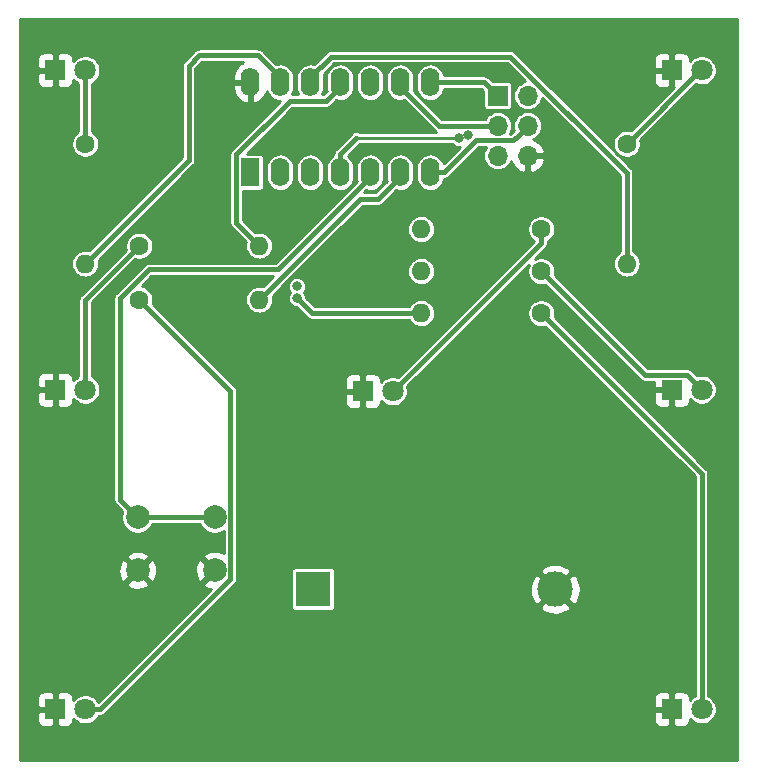
<source format=gbr>
G04 #@! TF.GenerationSoftware,KiCad,Pcbnew,(5.1.4-0-10_14)*
G04 #@! TF.CreationDate,2021-08-15T13:31:00+02:00*
G04 #@! TF.ProjectId,avrCubeRev2,61767243-7562-4655-9265-76322e6b6963,rev?*
G04 #@! TF.SameCoordinates,Original*
G04 #@! TF.FileFunction,Copper,L1,Top*
G04 #@! TF.FilePolarity,Positive*
%FSLAX46Y46*%
G04 Gerber Fmt 4.6, Leading zero omitted, Abs format (unit mm)*
G04 Created by KiCad (PCBNEW (5.1.4-0-10_14)) date 2021-08-15 13:31:00*
%MOMM*%
%LPD*%
G04 APERTURE LIST*
%ADD10C,1.600000*%
%ADD11O,1.600000X1.600000*%
%ADD12R,1.800000X1.800000*%
%ADD13C,1.800000*%
%ADD14R,3.000000X3.000000*%
%ADD15C,3.000000*%
%ADD16R,1.600000X2.400000*%
%ADD17O,1.600000X2.400000*%
%ADD18R,1.700000X1.700000*%
%ADD19O,1.700000X1.700000*%
%ADD20C,2.000000*%
%ADD21C,0.800000*%
%ADD22C,0.381000*%
%ADD23C,0.250000*%
%ADD24C,0.254000*%
G04 APERTURE END LIST*
D10*
X94742000Y-82677000D03*
D11*
X84582000Y-82677000D03*
D12*
X53594000Y-92710000D03*
D13*
X56134000Y-92710000D03*
D14*
X75438000Y-109601000D03*
D15*
X95928000Y-109601000D03*
D16*
X70104000Y-74295000D03*
D17*
X85344000Y-66675000D03*
X72644000Y-74295000D03*
X82804000Y-66675000D03*
X75184000Y-74295000D03*
X80264000Y-66675000D03*
X77724000Y-74295000D03*
X77724000Y-66675000D03*
X80264000Y-74295000D03*
X75184000Y-66675000D03*
X82804000Y-74295000D03*
X72644000Y-66675000D03*
X85344000Y-74295000D03*
X70104000Y-66675000D03*
D18*
X91059000Y-67818000D03*
D19*
X93599000Y-67818000D03*
X91059000Y-70358000D03*
X93599000Y-70358000D03*
X91059000Y-72898000D03*
X93599000Y-72898000D03*
D20*
X60579000Y-108005000D03*
X60579000Y-103505000D03*
X67079000Y-108005000D03*
X67079000Y-103505000D03*
D10*
X94742000Y-86233000D03*
D11*
X84582000Y-86233000D03*
D10*
X60706000Y-85090000D03*
D11*
X70866000Y-85090000D03*
D10*
X94742000Y-79121000D03*
D11*
X84582000Y-79121000D03*
D10*
X60706000Y-80518000D03*
D11*
X70866000Y-80518000D03*
D10*
X101981000Y-71882000D03*
D11*
X101981000Y-82042000D03*
D10*
X56134000Y-71882000D03*
D11*
X56134000Y-82042000D03*
D12*
X105791000Y-119761000D03*
D13*
X108331000Y-119761000D03*
D12*
X53594000Y-119761000D03*
D13*
X56134000Y-119761000D03*
D12*
X105791000Y-92710000D03*
D13*
X108331000Y-92710000D03*
D12*
X79629000Y-92837000D03*
D13*
X82169000Y-92837000D03*
D12*
X105791000Y-65659000D03*
D13*
X108331000Y-65659000D03*
D12*
X53594000Y-65659000D03*
D13*
X56134000Y-65659000D03*
D21*
X88519000Y-71120000D03*
X78359000Y-79629000D03*
X77470000Y-80391000D03*
X87757000Y-71374000D03*
X74041000Y-83947000D03*
X74041000Y-84963000D03*
D22*
X77724000Y-73895000D02*
X77724000Y-74295000D01*
X77724000Y-74695000D02*
X77724000Y-74295000D01*
X70104000Y-74295000D02*
X70104000Y-74695000D01*
X56134000Y-66931792D02*
X56134000Y-71882000D01*
X56134000Y-65659000D02*
X56134000Y-66931792D01*
X108204000Y-65659000D02*
X108331000Y-65659000D01*
X101981000Y-71882000D02*
X108204000Y-65659000D01*
X56134000Y-85090000D02*
X56134000Y-92710000D01*
X60706000Y-80518000D02*
X56134000Y-85090000D01*
X94742000Y-80264000D02*
X94742000Y-79121000D01*
X82169000Y-92837000D02*
X94742000Y-80264000D01*
X107431001Y-91810001D02*
X108331000Y-92710000D01*
X103534499Y-91469499D02*
X107090499Y-91469499D01*
X107090499Y-91469499D02*
X107431001Y-91810001D01*
X94742000Y-82677000D02*
X103534499Y-91469499D01*
X57406792Y-119761000D02*
X56134000Y-119761000D01*
X68419501Y-108748291D02*
X57406792Y-119761000D01*
X68419501Y-92803501D02*
X68419501Y-108748291D01*
X60706000Y-85090000D02*
X68419501Y-92803501D01*
X108331000Y-99822000D02*
X108331000Y-119761000D01*
X94742000Y-86233000D02*
X108331000Y-99822000D01*
X56134000Y-82042000D02*
X64897000Y-73279000D01*
X64897000Y-73279000D02*
X64897000Y-65278000D01*
X64897000Y-65278000D02*
X65786000Y-64389000D01*
X72644000Y-66275000D02*
X72644000Y-66675000D01*
X70758000Y-64389000D02*
X72644000Y-66275000D01*
X65786000Y-64389000D02*
X70758000Y-64389000D01*
X101981000Y-74364058D02*
X101981000Y-80910630D01*
X92120422Y-64503480D02*
X101981000Y-74364058D01*
X101981000Y-80910630D02*
X101981000Y-82042000D01*
X76955520Y-64503480D02*
X92120422Y-64503480D01*
X75184000Y-66275000D02*
X76955520Y-64503480D01*
X75184000Y-66675000D02*
X75184000Y-66275000D01*
X77724000Y-67075000D02*
X77724000Y-66675000D01*
X76533490Y-68265510D02*
X77724000Y-67075000D01*
X73430588Y-68265510D02*
X76533490Y-68265510D01*
X68913499Y-72782599D02*
X73430588Y-68265510D01*
X68913499Y-78565499D02*
X68913499Y-72782599D01*
X70866000Y-80518000D02*
X68913499Y-78565499D01*
X89916000Y-66675000D02*
X91059000Y-67818000D01*
X85344000Y-66675000D02*
X89916000Y-66675000D01*
X70866000Y-85090000D02*
X79375000Y-76581000D01*
X82804000Y-74695000D02*
X82804000Y-74295000D01*
X80918000Y-76581000D02*
X82804000Y-74695000D01*
X79375000Y-76581000D02*
X80918000Y-76581000D01*
X75311000Y-86233000D02*
X74041000Y-84963000D01*
X84582000Y-86233000D02*
X75311000Y-86233000D01*
X80264000Y-74695000D02*
X80264000Y-74295000D01*
X72432008Y-82526992D02*
X80264000Y-74695000D01*
X61507066Y-82526992D02*
X72432008Y-82526992D01*
X59094001Y-84940057D02*
X61507066Y-82526992D01*
X59094001Y-102020001D02*
X60579000Y-103505000D01*
X59094001Y-84940057D02*
X59094001Y-102020001D01*
X60579000Y-103505000D02*
X67079000Y-103505000D01*
X86087000Y-70358000D02*
X89856919Y-70358000D01*
X82804000Y-67075000D02*
X86087000Y-70358000D01*
X89856919Y-70358000D02*
X91059000Y-70358000D01*
X82804000Y-66675000D02*
X82804000Y-67075000D01*
X92749001Y-71207999D02*
X93599000Y-70358000D01*
X92358499Y-71598501D02*
X92749001Y-71207999D01*
X89221499Y-71598501D02*
X92358499Y-71598501D01*
X86525000Y-74295000D02*
X89221499Y-71598501D01*
X85344000Y-74295000D02*
X86525000Y-74295000D01*
X77724000Y-72714000D02*
X79064000Y-71374000D01*
X77724000Y-74295000D02*
X77724000Y-72714000D01*
D23*
X79064000Y-71374000D02*
X87757000Y-71374000D01*
D24*
G36*
X111354001Y-124054000D02*
G01*
X50571000Y-124054000D01*
X50571000Y-120661000D01*
X52055928Y-120661000D01*
X52068188Y-120785482D01*
X52104498Y-120905180D01*
X52163463Y-121015494D01*
X52242815Y-121112185D01*
X52339506Y-121191537D01*
X52449820Y-121250502D01*
X52569518Y-121286812D01*
X52694000Y-121299072D01*
X53308250Y-121296000D01*
X53467000Y-121137250D01*
X53467000Y-119888000D01*
X52217750Y-119888000D01*
X52059000Y-120046750D01*
X52055928Y-120661000D01*
X50571000Y-120661000D01*
X50571000Y-118861000D01*
X52055928Y-118861000D01*
X52059000Y-119475250D01*
X52217750Y-119634000D01*
X53467000Y-119634000D01*
X53467000Y-118384750D01*
X53721000Y-118384750D01*
X53721000Y-119634000D01*
X53741000Y-119634000D01*
X53741000Y-119888000D01*
X53721000Y-119888000D01*
X53721000Y-121137250D01*
X53879750Y-121296000D01*
X54494000Y-121299072D01*
X54618482Y-121286812D01*
X54738180Y-121250502D01*
X54848494Y-121191537D01*
X54945185Y-121112185D01*
X55024537Y-121015494D01*
X55083502Y-120905180D01*
X55119812Y-120785482D01*
X55132072Y-120661000D01*
X55131600Y-120566541D01*
X55138982Y-120577590D01*
X55317410Y-120756018D01*
X55527219Y-120896207D01*
X55760346Y-120992772D01*
X56007833Y-121042000D01*
X56260167Y-121042000D01*
X56507654Y-120992772D01*
X56740781Y-120896207D01*
X56950590Y-120756018D01*
X57045608Y-120661000D01*
X104252928Y-120661000D01*
X104265188Y-120785482D01*
X104301498Y-120905180D01*
X104360463Y-121015494D01*
X104439815Y-121112185D01*
X104536506Y-121191537D01*
X104646820Y-121250502D01*
X104766518Y-121286812D01*
X104891000Y-121299072D01*
X105505250Y-121296000D01*
X105664000Y-121137250D01*
X105664000Y-119888000D01*
X104414750Y-119888000D01*
X104256000Y-120046750D01*
X104252928Y-120661000D01*
X57045608Y-120661000D01*
X57129018Y-120577590D01*
X57269207Y-120367781D01*
X57283821Y-120332500D01*
X57378718Y-120332500D01*
X57406792Y-120335265D01*
X57434866Y-120332500D01*
X57518826Y-120324231D01*
X57626554Y-120291552D01*
X57725837Y-120238484D01*
X57812859Y-120167067D01*
X57830762Y-120145252D01*
X59115014Y-118861000D01*
X104252928Y-118861000D01*
X104256000Y-119475250D01*
X104414750Y-119634000D01*
X105664000Y-119634000D01*
X105664000Y-118384750D01*
X105505250Y-118226000D01*
X104891000Y-118222928D01*
X104766518Y-118235188D01*
X104646820Y-118271498D01*
X104536506Y-118330463D01*
X104439815Y-118409815D01*
X104360463Y-118506506D01*
X104301498Y-118616820D01*
X104265188Y-118736518D01*
X104252928Y-118861000D01*
X59115014Y-118861000D01*
X68803758Y-109172257D01*
X68825568Y-109154358D01*
X68896985Y-109067336D01*
X68950053Y-108968053D01*
X68982732Y-108860325D01*
X68991001Y-108776365D01*
X68991001Y-108776364D01*
X68993766Y-108748292D01*
X68991001Y-108720220D01*
X68991001Y-108101000D01*
X73555157Y-108101000D01*
X73555157Y-111101000D01*
X73562513Y-111175689D01*
X73584299Y-111247508D01*
X73619678Y-111313696D01*
X73667289Y-111371711D01*
X73725304Y-111419322D01*
X73791492Y-111454701D01*
X73863311Y-111476487D01*
X73938000Y-111483843D01*
X76938000Y-111483843D01*
X77012689Y-111476487D01*
X77084508Y-111454701D01*
X77150696Y-111419322D01*
X77208711Y-111371711D01*
X77256322Y-111313696D01*
X77291701Y-111247508D01*
X77313487Y-111175689D01*
X77320843Y-111101000D01*
X77320843Y-111092653D01*
X94615952Y-111092653D01*
X94771962Y-111408214D01*
X95146745Y-111599020D01*
X95551551Y-111713044D01*
X95970824Y-111745902D01*
X96388451Y-111696334D01*
X96788383Y-111566243D01*
X97084038Y-111408214D01*
X97240048Y-111092653D01*
X95928000Y-109780605D01*
X94615952Y-111092653D01*
X77320843Y-111092653D01*
X77320843Y-109643824D01*
X93783098Y-109643824D01*
X93832666Y-110061451D01*
X93962757Y-110461383D01*
X94120786Y-110757038D01*
X94436347Y-110913048D01*
X95748395Y-109601000D01*
X96107605Y-109601000D01*
X97419653Y-110913048D01*
X97735214Y-110757038D01*
X97926020Y-110382255D01*
X98040044Y-109977449D01*
X98072902Y-109558176D01*
X98023334Y-109140549D01*
X97893243Y-108740617D01*
X97735214Y-108444962D01*
X97419653Y-108288952D01*
X96107605Y-109601000D01*
X95748395Y-109601000D01*
X94436347Y-108288952D01*
X94120786Y-108444962D01*
X93929980Y-108819745D01*
X93815956Y-109224551D01*
X93783098Y-109643824D01*
X77320843Y-109643824D01*
X77320843Y-108109347D01*
X94615952Y-108109347D01*
X95928000Y-109421395D01*
X97240048Y-108109347D01*
X97084038Y-107793786D01*
X96709255Y-107602980D01*
X96304449Y-107488956D01*
X95885176Y-107456098D01*
X95467549Y-107505666D01*
X95067617Y-107635757D01*
X94771962Y-107793786D01*
X94615952Y-108109347D01*
X77320843Y-108109347D01*
X77320843Y-108101000D01*
X77313487Y-108026311D01*
X77291701Y-107954492D01*
X77256322Y-107888304D01*
X77208711Y-107830289D01*
X77150696Y-107782678D01*
X77084508Y-107747299D01*
X77012689Y-107725513D01*
X76938000Y-107718157D01*
X73938000Y-107718157D01*
X73863311Y-107725513D01*
X73791492Y-107747299D01*
X73725304Y-107782678D01*
X73667289Y-107830289D01*
X73619678Y-107888304D01*
X73584299Y-107954492D01*
X73562513Y-108026311D01*
X73555157Y-108101000D01*
X68991001Y-108101000D01*
X68991001Y-93737000D01*
X78090928Y-93737000D01*
X78103188Y-93861482D01*
X78139498Y-93981180D01*
X78198463Y-94091494D01*
X78277815Y-94188185D01*
X78374506Y-94267537D01*
X78484820Y-94326502D01*
X78604518Y-94362812D01*
X78729000Y-94375072D01*
X79343250Y-94372000D01*
X79502000Y-94213250D01*
X79502000Y-92964000D01*
X78252750Y-92964000D01*
X78094000Y-93122750D01*
X78090928Y-93737000D01*
X68991001Y-93737000D01*
X68991001Y-92831575D01*
X68993766Y-92803501D01*
X68982732Y-92691467D01*
X68950053Y-92583739D01*
X68896985Y-92484456D01*
X68843464Y-92419240D01*
X68843462Y-92419238D01*
X68825568Y-92397434D01*
X68803765Y-92379541D01*
X68361224Y-91937000D01*
X78090928Y-91937000D01*
X78094000Y-92551250D01*
X78252750Y-92710000D01*
X79502000Y-92710000D01*
X79502000Y-91460750D01*
X79756000Y-91460750D01*
X79756000Y-92710000D01*
X79776000Y-92710000D01*
X79776000Y-92964000D01*
X79756000Y-92964000D01*
X79756000Y-94213250D01*
X79914750Y-94372000D01*
X80529000Y-94375072D01*
X80653482Y-94362812D01*
X80773180Y-94326502D01*
X80883494Y-94267537D01*
X80980185Y-94188185D01*
X81059537Y-94091494D01*
X81118502Y-93981180D01*
X81154812Y-93861482D01*
X81167072Y-93737000D01*
X81166600Y-93642541D01*
X81173982Y-93653590D01*
X81352410Y-93832018D01*
X81562219Y-93972207D01*
X81795346Y-94068772D01*
X82042833Y-94118000D01*
X82295167Y-94118000D01*
X82542654Y-94068772D01*
X82775781Y-93972207D01*
X82985590Y-93832018D01*
X83164018Y-93653590D01*
X83304207Y-93443781D01*
X83400772Y-93210654D01*
X83450000Y-92963167D01*
X83450000Y-92710833D01*
X83400772Y-92463346D01*
X83386158Y-92428064D01*
X89697540Y-86116682D01*
X93561000Y-86116682D01*
X93561000Y-86349318D01*
X93606386Y-86577485D01*
X93695412Y-86792413D01*
X93824658Y-86985843D01*
X93989157Y-87150342D01*
X94182587Y-87279588D01*
X94397515Y-87368614D01*
X94625682Y-87414000D01*
X94858318Y-87414000D01*
X95072228Y-87371450D01*
X107759500Y-100058723D01*
X107759501Y-118611179D01*
X107724219Y-118625793D01*
X107514410Y-118765982D01*
X107335982Y-118944410D01*
X107328600Y-118955459D01*
X107329072Y-118861000D01*
X107316812Y-118736518D01*
X107280502Y-118616820D01*
X107221537Y-118506506D01*
X107142185Y-118409815D01*
X107045494Y-118330463D01*
X106935180Y-118271498D01*
X106815482Y-118235188D01*
X106691000Y-118222928D01*
X106076750Y-118226000D01*
X105918000Y-118384750D01*
X105918000Y-119634000D01*
X105938000Y-119634000D01*
X105938000Y-119888000D01*
X105918000Y-119888000D01*
X105918000Y-121137250D01*
X106076750Y-121296000D01*
X106691000Y-121299072D01*
X106815482Y-121286812D01*
X106935180Y-121250502D01*
X107045494Y-121191537D01*
X107142185Y-121112185D01*
X107221537Y-121015494D01*
X107280502Y-120905180D01*
X107316812Y-120785482D01*
X107329072Y-120661000D01*
X107328600Y-120566541D01*
X107335982Y-120577590D01*
X107514410Y-120756018D01*
X107724219Y-120896207D01*
X107957346Y-120992772D01*
X108204833Y-121042000D01*
X108457167Y-121042000D01*
X108704654Y-120992772D01*
X108937781Y-120896207D01*
X109147590Y-120756018D01*
X109326018Y-120577590D01*
X109466207Y-120367781D01*
X109562772Y-120134654D01*
X109612000Y-119887167D01*
X109612000Y-119634833D01*
X109562772Y-119387346D01*
X109466207Y-119154219D01*
X109326018Y-118944410D01*
X109147590Y-118765982D01*
X108937781Y-118625793D01*
X108902500Y-118611179D01*
X108902500Y-99850071D01*
X108905265Y-99821999D01*
X108902500Y-99793926D01*
X108894231Y-99709966D01*
X108861552Y-99602238D01*
X108808484Y-99502955D01*
X108737067Y-99415933D01*
X108715258Y-99398035D01*
X102927223Y-93610000D01*
X104252928Y-93610000D01*
X104265188Y-93734482D01*
X104301498Y-93854180D01*
X104360463Y-93964494D01*
X104439815Y-94061185D01*
X104536506Y-94140537D01*
X104646820Y-94199502D01*
X104766518Y-94235812D01*
X104891000Y-94248072D01*
X105505250Y-94245000D01*
X105664000Y-94086250D01*
X105664000Y-92837000D01*
X104414750Y-92837000D01*
X104256000Y-92995750D01*
X104252928Y-93610000D01*
X102927223Y-93610000D01*
X95880450Y-86563228D01*
X95923000Y-86349318D01*
X95923000Y-86116682D01*
X95877614Y-85888515D01*
X95788588Y-85673587D01*
X95659342Y-85480157D01*
X95494843Y-85315658D01*
X95301413Y-85186412D01*
X95086485Y-85097386D01*
X94858318Y-85052000D01*
X94625682Y-85052000D01*
X94397515Y-85097386D01*
X94182587Y-85186412D01*
X93989157Y-85315658D01*
X93824658Y-85480157D01*
X93695412Y-85673587D01*
X93606386Y-85888515D01*
X93561000Y-86116682D01*
X89697540Y-86116682D01*
X93694547Y-82119676D01*
X93606386Y-82332515D01*
X93561000Y-82560682D01*
X93561000Y-82793318D01*
X93606386Y-83021485D01*
X93695412Y-83236413D01*
X93824658Y-83429843D01*
X93989157Y-83594342D01*
X94182587Y-83723588D01*
X94397515Y-83812614D01*
X94625682Y-83858000D01*
X94858318Y-83858000D01*
X95072228Y-83815450D01*
X103110533Y-91853756D01*
X103128432Y-91875566D01*
X103215454Y-91946983D01*
X103314737Y-92000051D01*
X103422465Y-92032730D01*
X103506425Y-92040999D01*
X103506426Y-92040999D01*
X103534498Y-92043764D01*
X103562570Y-92040999D01*
X104254083Y-92040999D01*
X104256000Y-92424250D01*
X104414750Y-92583000D01*
X105664000Y-92583000D01*
X105664000Y-92563000D01*
X105918000Y-92563000D01*
X105918000Y-92583000D01*
X105938000Y-92583000D01*
X105938000Y-92837000D01*
X105918000Y-92837000D01*
X105918000Y-94086250D01*
X106076750Y-94245000D01*
X106691000Y-94248072D01*
X106815482Y-94235812D01*
X106935180Y-94199502D01*
X107045494Y-94140537D01*
X107142185Y-94061185D01*
X107221537Y-93964494D01*
X107280502Y-93854180D01*
X107316812Y-93734482D01*
X107329072Y-93610000D01*
X107328600Y-93515541D01*
X107335982Y-93526590D01*
X107514410Y-93705018D01*
X107724219Y-93845207D01*
X107957346Y-93941772D01*
X108204833Y-93991000D01*
X108457167Y-93991000D01*
X108704654Y-93941772D01*
X108937781Y-93845207D01*
X109147590Y-93705018D01*
X109326018Y-93526590D01*
X109466207Y-93316781D01*
X109562772Y-93083654D01*
X109612000Y-92836167D01*
X109612000Y-92583833D01*
X109562772Y-92336346D01*
X109466207Y-92103219D01*
X109326018Y-91893410D01*
X109147590Y-91714982D01*
X108937781Y-91574793D01*
X108704654Y-91478228D01*
X108457167Y-91429000D01*
X108204833Y-91429000D01*
X107957346Y-91478228D01*
X107922064Y-91492842D01*
X107514469Y-91085247D01*
X107496566Y-91063432D01*
X107409544Y-90992015D01*
X107310261Y-90938947D01*
X107202533Y-90906268D01*
X107118573Y-90897999D01*
X107090499Y-90895234D01*
X107062425Y-90897999D01*
X103771222Y-90897999D01*
X95880450Y-83007228D01*
X95923000Y-82793318D01*
X95923000Y-82560682D01*
X95877614Y-82332515D01*
X95788588Y-82117587D01*
X95659342Y-81924157D01*
X95494843Y-81759658D01*
X95301413Y-81630412D01*
X95086485Y-81541386D01*
X94858318Y-81496000D01*
X94625682Y-81496000D01*
X94397515Y-81541386D01*
X94184676Y-81629547D01*
X95126258Y-80687965D01*
X95148067Y-80670067D01*
X95219484Y-80583045D01*
X95272552Y-80483762D01*
X95305231Y-80376034D01*
X95313500Y-80292074D01*
X95313500Y-80292073D01*
X95316265Y-80264001D01*
X95313500Y-80235929D01*
X95313500Y-80159512D01*
X95494843Y-80038342D01*
X95659342Y-79873843D01*
X95788588Y-79680413D01*
X95877614Y-79465485D01*
X95923000Y-79237318D01*
X95923000Y-79004682D01*
X95877614Y-78776515D01*
X95788588Y-78561587D01*
X95659342Y-78368157D01*
X95494843Y-78203658D01*
X95301413Y-78074412D01*
X95086485Y-77985386D01*
X94858318Y-77940000D01*
X94625682Y-77940000D01*
X94397515Y-77985386D01*
X94182587Y-78074412D01*
X93989157Y-78203658D01*
X93824658Y-78368157D01*
X93695412Y-78561587D01*
X93606386Y-78776515D01*
X93561000Y-79004682D01*
X93561000Y-79237318D01*
X93606386Y-79465485D01*
X93695412Y-79680413D01*
X93824658Y-79873843D01*
X93989157Y-80038342D01*
X94091231Y-80106546D01*
X82577936Y-91619842D01*
X82542654Y-91605228D01*
X82295167Y-91556000D01*
X82042833Y-91556000D01*
X81795346Y-91605228D01*
X81562219Y-91701793D01*
X81352410Y-91841982D01*
X81173982Y-92020410D01*
X81166600Y-92031459D01*
X81167072Y-91937000D01*
X81154812Y-91812518D01*
X81118502Y-91692820D01*
X81059537Y-91582506D01*
X80980185Y-91485815D01*
X80883494Y-91406463D01*
X80773180Y-91347498D01*
X80653482Y-91311188D01*
X80529000Y-91298928D01*
X79914750Y-91302000D01*
X79756000Y-91460750D01*
X79502000Y-91460750D01*
X79343250Y-91302000D01*
X78729000Y-91298928D01*
X78604518Y-91311188D01*
X78484820Y-91347498D01*
X78374506Y-91406463D01*
X78277815Y-91485815D01*
X78198463Y-91582506D01*
X78139498Y-91692820D01*
X78103188Y-91812518D01*
X78090928Y-91937000D01*
X68361224Y-91937000D01*
X61844450Y-85420228D01*
X61887000Y-85206318D01*
X61887000Y-84973682D01*
X61841614Y-84745515D01*
X61752588Y-84530587D01*
X61623342Y-84337157D01*
X61458843Y-84172658D01*
X61265413Y-84043412D01*
X61050485Y-83954386D01*
X60914870Y-83927410D01*
X61743789Y-83098492D01*
X72049286Y-83098492D01*
X71192789Y-83954989D01*
X71097516Y-83926088D01*
X70924016Y-83909000D01*
X70807984Y-83909000D01*
X70634484Y-83926088D01*
X70411864Y-83993619D01*
X70206697Y-84103283D01*
X70026866Y-84250866D01*
X69879283Y-84430697D01*
X69769619Y-84635864D01*
X69702088Y-84858484D01*
X69679286Y-85090000D01*
X69702088Y-85321516D01*
X69769619Y-85544136D01*
X69879283Y-85749303D01*
X70026866Y-85929134D01*
X70206697Y-86076717D01*
X70411864Y-86186381D01*
X70634484Y-86253912D01*
X70807984Y-86271000D01*
X70924016Y-86271000D01*
X71097516Y-86253912D01*
X71320136Y-86186381D01*
X71525303Y-86076717D01*
X71705134Y-85929134D01*
X71852717Y-85749303D01*
X71962381Y-85544136D01*
X72029912Y-85321516D01*
X72052714Y-85090000D01*
X72029912Y-84858484D01*
X72001011Y-84763211D01*
X72894144Y-83870078D01*
X73260000Y-83870078D01*
X73260000Y-84023922D01*
X73290013Y-84174809D01*
X73348887Y-84316942D01*
X73434358Y-84444859D01*
X73444499Y-84455000D01*
X73434358Y-84465141D01*
X73348887Y-84593058D01*
X73290013Y-84735191D01*
X73260000Y-84886078D01*
X73260000Y-85039922D01*
X73290013Y-85190809D01*
X73348887Y-85332942D01*
X73434358Y-85460859D01*
X73543141Y-85569642D01*
X73671058Y-85655113D01*
X73813191Y-85713987D01*
X73964078Y-85744000D01*
X74013778Y-85744000D01*
X74887034Y-86617257D01*
X74904933Y-86639067D01*
X74991955Y-86710484D01*
X75091238Y-86763552D01*
X75198966Y-86796231D01*
X75282926Y-86804500D01*
X75282927Y-86804500D01*
X75310999Y-86807265D01*
X75339071Y-86804500D01*
X83548351Y-86804500D01*
X83595283Y-86892303D01*
X83742866Y-87072134D01*
X83922697Y-87219717D01*
X84127864Y-87329381D01*
X84350484Y-87396912D01*
X84523984Y-87414000D01*
X84640016Y-87414000D01*
X84813516Y-87396912D01*
X85036136Y-87329381D01*
X85241303Y-87219717D01*
X85421134Y-87072134D01*
X85568717Y-86892303D01*
X85678381Y-86687136D01*
X85745912Y-86464516D01*
X85768714Y-86233000D01*
X85745912Y-86001484D01*
X85678381Y-85778864D01*
X85568717Y-85573697D01*
X85421134Y-85393866D01*
X85241303Y-85246283D01*
X85036136Y-85136619D01*
X84813516Y-85069088D01*
X84640016Y-85052000D01*
X84523984Y-85052000D01*
X84350484Y-85069088D01*
X84127864Y-85136619D01*
X83922697Y-85246283D01*
X83742866Y-85393866D01*
X83595283Y-85573697D01*
X83548351Y-85661500D01*
X75547723Y-85661500D01*
X74822000Y-84935778D01*
X74822000Y-84886078D01*
X74791987Y-84735191D01*
X74733113Y-84593058D01*
X74647642Y-84465141D01*
X74637501Y-84455000D01*
X74647642Y-84444859D01*
X74733113Y-84316942D01*
X74791987Y-84174809D01*
X74822000Y-84023922D01*
X74822000Y-83870078D01*
X74791987Y-83719191D01*
X74733113Y-83577058D01*
X74647642Y-83449141D01*
X74538859Y-83340358D01*
X74410942Y-83254887D01*
X74268809Y-83196013D01*
X74117922Y-83166000D01*
X73964078Y-83166000D01*
X73813191Y-83196013D01*
X73671058Y-83254887D01*
X73543141Y-83340358D01*
X73434358Y-83449141D01*
X73348887Y-83577058D01*
X73290013Y-83719191D01*
X73260000Y-83870078D01*
X72894144Y-83870078D01*
X74087222Y-82677000D01*
X83395286Y-82677000D01*
X83418088Y-82908516D01*
X83485619Y-83131136D01*
X83595283Y-83336303D01*
X83742866Y-83516134D01*
X83922697Y-83663717D01*
X84127864Y-83773381D01*
X84350484Y-83840912D01*
X84523984Y-83858000D01*
X84640016Y-83858000D01*
X84813516Y-83840912D01*
X85036136Y-83773381D01*
X85241303Y-83663717D01*
X85421134Y-83516134D01*
X85568717Y-83336303D01*
X85678381Y-83131136D01*
X85745912Y-82908516D01*
X85768714Y-82677000D01*
X85745912Y-82445484D01*
X85678381Y-82222864D01*
X85568717Y-82017697D01*
X85421134Y-81837866D01*
X85241303Y-81690283D01*
X85036136Y-81580619D01*
X84813516Y-81513088D01*
X84640016Y-81496000D01*
X84523984Y-81496000D01*
X84350484Y-81513088D01*
X84127864Y-81580619D01*
X83922697Y-81690283D01*
X83742866Y-81837866D01*
X83595283Y-82017697D01*
X83485619Y-82222864D01*
X83418088Y-82445484D01*
X83395286Y-82677000D01*
X74087222Y-82677000D01*
X77643222Y-79121000D01*
X83395286Y-79121000D01*
X83418088Y-79352516D01*
X83485619Y-79575136D01*
X83595283Y-79780303D01*
X83742866Y-79960134D01*
X83922697Y-80107717D01*
X84127864Y-80217381D01*
X84350484Y-80284912D01*
X84523984Y-80302000D01*
X84640016Y-80302000D01*
X84813516Y-80284912D01*
X85036136Y-80217381D01*
X85241303Y-80107717D01*
X85421134Y-79960134D01*
X85568717Y-79780303D01*
X85678381Y-79575136D01*
X85745912Y-79352516D01*
X85768714Y-79121000D01*
X85745912Y-78889484D01*
X85678381Y-78666864D01*
X85568717Y-78461697D01*
X85421134Y-78281866D01*
X85241303Y-78134283D01*
X85036136Y-78024619D01*
X84813516Y-77957088D01*
X84640016Y-77940000D01*
X84523984Y-77940000D01*
X84350484Y-77957088D01*
X84127864Y-78024619D01*
X83922697Y-78134283D01*
X83742866Y-78281866D01*
X83595283Y-78461697D01*
X83485619Y-78666864D01*
X83418088Y-78889484D01*
X83395286Y-79121000D01*
X77643222Y-79121000D01*
X79611723Y-77152500D01*
X80889926Y-77152500D01*
X80918000Y-77155265D01*
X80946074Y-77152500D01*
X81030034Y-77144231D01*
X81137762Y-77111552D01*
X81237045Y-77058484D01*
X81324067Y-76987067D01*
X81341970Y-76965252D01*
X82477211Y-75830011D01*
X82572485Y-75858912D01*
X82804000Y-75881714D01*
X83035516Y-75858912D01*
X83258136Y-75791381D01*
X83463303Y-75681717D01*
X83643134Y-75534134D01*
X83790717Y-75354303D01*
X83900381Y-75149136D01*
X83967912Y-74926515D01*
X83985000Y-74753015D01*
X83985000Y-73836984D01*
X83967912Y-73663484D01*
X83900381Y-73440864D01*
X83790717Y-73235697D01*
X83643134Y-73055866D01*
X83463302Y-72908283D01*
X83258135Y-72798619D01*
X83035515Y-72731088D01*
X82804000Y-72708286D01*
X82572484Y-72731088D01*
X82349864Y-72798619D01*
X82144697Y-72908283D01*
X81964866Y-73055866D01*
X81817283Y-73235698D01*
X81707619Y-73440865D01*
X81640088Y-73663485D01*
X81623000Y-73836985D01*
X81623000Y-74753016D01*
X81640088Y-74926516D01*
X81668989Y-75021789D01*
X80681278Y-76009500D01*
X79757723Y-76009500D01*
X79937212Y-75830011D01*
X80032485Y-75858912D01*
X80264000Y-75881714D01*
X80495516Y-75858912D01*
X80718136Y-75791381D01*
X80923303Y-75681717D01*
X81103134Y-75534134D01*
X81250717Y-75354303D01*
X81360381Y-75149136D01*
X81427912Y-74926515D01*
X81445000Y-74753015D01*
X81445000Y-73836984D01*
X81427912Y-73663484D01*
X81360381Y-73440864D01*
X81250717Y-73235697D01*
X81103134Y-73055866D01*
X80923302Y-72908283D01*
X80718135Y-72798619D01*
X80495515Y-72731088D01*
X80264000Y-72708286D01*
X80032484Y-72731088D01*
X79809864Y-72798619D01*
X79604697Y-72908283D01*
X79424866Y-73055866D01*
X79277283Y-73235698D01*
X79167619Y-73440865D01*
X79100088Y-73663485D01*
X79083000Y-73836985D01*
X79083000Y-74753016D01*
X79100088Y-74926516D01*
X79128989Y-75021789D01*
X72195286Y-81955492D01*
X61535137Y-81955492D01*
X61507065Y-81952727D01*
X61478993Y-81955492D01*
X61478992Y-81955492D01*
X61395032Y-81963761D01*
X61287304Y-81996440D01*
X61188021Y-82049508D01*
X61100999Y-82120925D01*
X61083100Y-82142735D01*
X58709749Y-84516087D01*
X58687934Y-84533990D01*
X58639459Y-84593058D01*
X58616517Y-84621013D01*
X58563449Y-84720296D01*
X58530770Y-84828024D01*
X58519736Y-84940057D01*
X58522501Y-84968131D01*
X58522502Y-101991917D01*
X58519736Y-102020001D01*
X58530770Y-102132034D01*
X58563449Y-102239762D01*
X58616517Y-102339045D01*
X58616518Y-102339046D01*
X58687935Y-102426068D01*
X58709745Y-102443967D01*
X59285305Y-103019528D01*
X59251071Y-103102177D01*
X59198000Y-103368983D01*
X59198000Y-103641017D01*
X59251071Y-103907823D01*
X59355174Y-104159149D01*
X59506307Y-104385336D01*
X59698664Y-104577693D01*
X59924851Y-104728826D01*
X60176177Y-104832929D01*
X60442983Y-104886000D01*
X60715017Y-104886000D01*
X60981823Y-104832929D01*
X61233149Y-104728826D01*
X61459336Y-104577693D01*
X61651693Y-104385336D01*
X61802826Y-104159149D01*
X61837060Y-104076500D01*
X65820940Y-104076500D01*
X65855174Y-104159149D01*
X66006307Y-104385336D01*
X66198664Y-104577693D01*
X66424851Y-104728826D01*
X66676177Y-104832929D01*
X66942983Y-104886000D01*
X67215017Y-104886000D01*
X67481823Y-104832929D01*
X67733149Y-104728826D01*
X67848002Y-104652084D01*
X67848002Y-106560896D01*
X67649429Y-106464296D01*
X67337892Y-106382616D01*
X67016405Y-106363282D01*
X66697325Y-106407039D01*
X66392912Y-106512205D01*
X66218956Y-106605186D01*
X66123192Y-106869587D01*
X67079000Y-107825395D01*
X67093143Y-107811253D01*
X67272748Y-107990858D01*
X67258605Y-108005000D01*
X67272748Y-108019143D01*
X67093143Y-108198748D01*
X67079000Y-108184605D01*
X66123192Y-109140413D01*
X66218956Y-109404814D01*
X66508571Y-109545704D01*
X66750449Y-109609120D01*
X57243630Y-119115940D01*
X57129018Y-118944410D01*
X56950590Y-118765982D01*
X56740781Y-118625793D01*
X56507654Y-118529228D01*
X56260167Y-118480000D01*
X56007833Y-118480000D01*
X55760346Y-118529228D01*
X55527219Y-118625793D01*
X55317410Y-118765982D01*
X55138982Y-118944410D01*
X55131600Y-118955459D01*
X55132072Y-118861000D01*
X55119812Y-118736518D01*
X55083502Y-118616820D01*
X55024537Y-118506506D01*
X54945185Y-118409815D01*
X54848494Y-118330463D01*
X54738180Y-118271498D01*
X54618482Y-118235188D01*
X54494000Y-118222928D01*
X53879750Y-118226000D01*
X53721000Y-118384750D01*
X53467000Y-118384750D01*
X53308250Y-118226000D01*
X52694000Y-118222928D01*
X52569518Y-118235188D01*
X52449820Y-118271498D01*
X52339506Y-118330463D01*
X52242815Y-118409815D01*
X52163463Y-118506506D01*
X52104498Y-118616820D01*
X52068188Y-118736518D01*
X52055928Y-118861000D01*
X50571000Y-118861000D01*
X50571000Y-109140413D01*
X59623192Y-109140413D01*
X59718956Y-109404814D01*
X60008571Y-109545704D01*
X60320108Y-109627384D01*
X60641595Y-109646718D01*
X60960675Y-109602961D01*
X61265088Y-109497795D01*
X61439044Y-109404814D01*
X61534808Y-109140413D01*
X60579000Y-108184605D01*
X59623192Y-109140413D01*
X50571000Y-109140413D01*
X50571000Y-108067595D01*
X58937282Y-108067595D01*
X58981039Y-108386675D01*
X59086205Y-108691088D01*
X59179186Y-108865044D01*
X59443587Y-108960808D01*
X60399395Y-108005000D01*
X60758605Y-108005000D01*
X61714413Y-108960808D01*
X61978814Y-108865044D01*
X62119704Y-108575429D01*
X62201384Y-108263892D01*
X62213189Y-108067595D01*
X65437282Y-108067595D01*
X65481039Y-108386675D01*
X65586205Y-108691088D01*
X65679186Y-108865044D01*
X65943587Y-108960808D01*
X66899395Y-108005000D01*
X65943587Y-107049192D01*
X65679186Y-107144956D01*
X65538296Y-107434571D01*
X65456616Y-107746108D01*
X65437282Y-108067595D01*
X62213189Y-108067595D01*
X62220718Y-107942405D01*
X62176961Y-107623325D01*
X62071795Y-107318912D01*
X61978814Y-107144956D01*
X61714413Y-107049192D01*
X60758605Y-108005000D01*
X60399395Y-108005000D01*
X59443587Y-107049192D01*
X59179186Y-107144956D01*
X59038296Y-107434571D01*
X58956616Y-107746108D01*
X58937282Y-108067595D01*
X50571000Y-108067595D01*
X50571000Y-106869587D01*
X59623192Y-106869587D01*
X60579000Y-107825395D01*
X61534808Y-106869587D01*
X61439044Y-106605186D01*
X61149429Y-106464296D01*
X60837892Y-106382616D01*
X60516405Y-106363282D01*
X60197325Y-106407039D01*
X59892912Y-106512205D01*
X59718956Y-106605186D01*
X59623192Y-106869587D01*
X50571000Y-106869587D01*
X50571000Y-93610000D01*
X52055928Y-93610000D01*
X52068188Y-93734482D01*
X52104498Y-93854180D01*
X52163463Y-93964494D01*
X52242815Y-94061185D01*
X52339506Y-94140537D01*
X52449820Y-94199502D01*
X52569518Y-94235812D01*
X52694000Y-94248072D01*
X53308250Y-94245000D01*
X53467000Y-94086250D01*
X53467000Y-92837000D01*
X52217750Y-92837000D01*
X52059000Y-92995750D01*
X52055928Y-93610000D01*
X50571000Y-93610000D01*
X50571000Y-91810000D01*
X52055928Y-91810000D01*
X52059000Y-92424250D01*
X52217750Y-92583000D01*
X53467000Y-92583000D01*
X53467000Y-91333750D01*
X53721000Y-91333750D01*
X53721000Y-92583000D01*
X53741000Y-92583000D01*
X53741000Y-92837000D01*
X53721000Y-92837000D01*
X53721000Y-94086250D01*
X53879750Y-94245000D01*
X54494000Y-94248072D01*
X54618482Y-94235812D01*
X54738180Y-94199502D01*
X54848494Y-94140537D01*
X54945185Y-94061185D01*
X55024537Y-93964494D01*
X55083502Y-93854180D01*
X55119812Y-93734482D01*
X55132072Y-93610000D01*
X55131600Y-93515541D01*
X55138982Y-93526590D01*
X55317410Y-93705018D01*
X55527219Y-93845207D01*
X55760346Y-93941772D01*
X56007833Y-93991000D01*
X56260167Y-93991000D01*
X56507654Y-93941772D01*
X56740781Y-93845207D01*
X56950590Y-93705018D01*
X57129018Y-93526590D01*
X57269207Y-93316781D01*
X57365772Y-93083654D01*
X57415000Y-92836167D01*
X57415000Y-92583833D01*
X57365772Y-92336346D01*
X57269207Y-92103219D01*
X57129018Y-91893410D01*
X56950590Y-91714982D01*
X56740781Y-91574793D01*
X56705500Y-91560179D01*
X56705500Y-85326722D01*
X60375773Y-81656450D01*
X60589682Y-81699000D01*
X60822318Y-81699000D01*
X61050485Y-81653614D01*
X61265413Y-81564588D01*
X61458843Y-81435342D01*
X61623342Y-81270843D01*
X61752588Y-81077413D01*
X61841614Y-80862485D01*
X61887000Y-80634318D01*
X61887000Y-80401682D01*
X61841614Y-80173515D01*
X61752588Y-79958587D01*
X61623342Y-79765157D01*
X61458843Y-79600658D01*
X61265413Y-79471412D01*
X61050485Y-79382386D01*
X60822318Y-79337000D01*
X60589682Y-79337000D01*
X60361515Y-79382386D01*
X60146587Y-79471412D01*
X59953157Y-79600658D01*
X59788658Y-79765157D01*
X59659412Y-79958587D01*
X59570386Y-80173515D01*
X59525000Y-80401682D01*
X59525000Y-80634318D01*
X59567550Y-80848227D01*
X55749748Y-84666030D01*
X55727933Y-84683933D01*
X55677395Y-84745515D01*
X55656516Y-84770956D01*
X55603448Y-84870239D01*
X55570769Y-84977967D01*
X55559735Y-85090000D01*
X55562500Y-85118074D01*
X55562501Y-91560179D01*
X55527219Y-91574793D01*
X55317410Y-91714982D01*
X55138982Y-91893410D01*
X55131600Y-91904459D01*
X55132072Y-91810000D01*
X55119812Y-91685518D01*
X55083502Y-91565820D01*
X55024537Y-91455506D01*
X54945185Y-91358815D01*
X54848494Y-91279463D01*
X54738180Y-91220498D01*
X54618482Y-91184188D01*
X54494000Y-91171928D01*
X53879750Y-91175000D01*
X53721000Y-91333750D01*
X53467000Y-91333750D01*
X53308250Y-91175000D01*
X52694000Y-91171928D01*
X52569518Y-91184188D01*
X52449820Y-91220498D01*
X52339506Y-91279463D01*
X52242815Y-91358815D01*
X52163463Y-91455506D01*
X52104498Y-91565820D01*
X52068188Y-91685518D01*
X52055928Y-91810000D01*
X50571000Y-91810000D01*
X50571000Y-82042000D01*
X54947286Y-82042000D01*
X54970088Y-82273516D01*
X55037619Y-82496136D01*
X55147283Y-82701303D01*
X55294866Y-82881134D01*
X55474697Y-83028717D01*
X55679864Y-83138381D01*
X55902484Y-83205912D01*
X56075984Y-83223000D01*
X56192016Y-83223000D01*
X56365516Y-83205912D01*
X56588136Y-83138381D01*
X56793303Y-83028717D01*
X56973134Y-82881134D01*
X57120717Y-82701303D01*
X57230381Y-82496136D01*
X57297912Y-82273516D01*
X57320714Y-82042000D01*
X57297912Y-81810484D01*
X57269011Y-81715211D01*
X65281258Y-73702965D01*
X65303067Y-73685067D01*
X65374484Y-73598045D01*
X65427552Y-73498762D01*
X65460231Y-73391034D01*
X65468500Y-73307074D01*
X65468500Y-73307073D01*
X65471265Y-73279001D01*
X65468500Y-73250929D01*
X65468500Y-66802000D01*
X68669000Y-66802000D01*
X68669000Y-67202000D01*
X68721350Y-67479514D01*
X68826834Y-67741483D01*
X68981399Y-67977839D01*
X69179105Y-68179500D01*
X69412354Y-68338715D01*
X69672182Y-68449367D01*
X69754961Y-68466904D01*
X69977000Y-68344915D01*
X69977000Y-66802000D01*
X68669000Y-66802000D01*
X65468500Y-66802000D01*
X65468500Y-65514722D01*
X66022723Y-64960500D01*
X69531605Y-64960500D01*
X69412354Y-65011285D01*
X69179105Y-65170500D01*
X68981399Y-65372161D01*
X68826834Y-65608517D01*
X68721350Y-65870486D01*
X68669000Y-66148000D01*
X68669000Y-66548000D01*
X69977000Y-66548000D01*
X69977000Y-66528000D01*
X70231000Y-66528000D01*
X70231000Y-66548000D01*
X70251000Y-66548000D01*
X70251000Y-66802000D01*
X70231000Y-66802000D01*
X70231000Y-68344915D01*
X70453039Y-68466904D01*
X70535818Y-68449367D01*
X70795646Y-68338715D01*
X71028895Y-68179500D01*
X71226601Y-67977839D01*
X71381166Y-67741483D01*
X71486650Y-67479514D01*
X71504255Y-67386185D01*
X71547619Y-67529136D01*
X71657284Y-67734303D01*
X71804867Y-67914134D01*
X71984698Y-68061717D01*
X72189865Y-68171381D01*
X72412485Y-68238912D01*
X72627761Y-68260115D01*
X68529243Y-72358633D01*
X68507433Y-72376532D01*
X68454187Y-72441413D01*
X68436015Y-72463555D01*
X68382947Y-72562838D01*
X68350268Y-72670566D01*
X68339234Y-72782599D01*
X68342000Y-72810683D01*
X68341999Y-78537425D01*
X68339234Y-78565499D01*
X68341999Y-78593572D01*
X68350268Y-78677532D01*
X68382947Y-78785260D01*
X68436015Y-78884543D01*
X68507432Y-78971566D01*
X68529247Y-78989469D01*
X69730989Y-80191211D01*
X69702088Y-80286484D01*
X69679286Y-80518000D01*
X69702088Y-80749516D01*
X69769619Y-80972136D01*
X69879283Y-81177303D01*
X70026866Y-81357134D01*
X70206697Y-81504717D01*
X70411864Y-81614381D01*
X70634484Y-81681912D01*
X70807984Y-81699000D01*
X70924016Y-81699000D01*
X71097516Y-81681912D01*
X71320136Y-81614381D01*
X71525303Y-81504717D01*
X71705134Y-81357134D01*
X71852717Y-81177303D01*
X71962381Y-80972136D01*
X72029912Y-80749516D01*
X72052714Y-80518000D01*
X72029912Y-80286484D01*
X71962381Y-80063864D01*
X71852717Y-79858697D01*
X71705134Y-79678866D01*
X71525303Y-79531283D01*
X71320136Y-79421619D01*
X71097516Y-79354088D01*
X70924016Y-79337000D01*
X70807984Y-79337000D01*
X70634484Y-79354088D01*
X70539211Y-79382989D01*
X69484999Y-78328777D01*
X69484999Y-75877843D01*
X70904000Y-75877843D01*
X70978689Y-75870487D01*
X71050508Y-75848701D01*
X71116696Y-75813322D01*
X71174711Y-75765711D01*
X71222322Y-75707696D01*
X71257701Y-75641508D01*
X71279487Y-75569689D01*
X71286843Y-75495000D01*
X71286843Y-73836985D01*
X71463000Y-73836985D01*
X71463000Y-74753016D01*
X71480088Y-74926516D01*
X71547619Y-75149136D01*
X71657284Y-75354303D01*
X71804867Y-75534134D01*
X71984698Y-75681717D01*
X72189865Y-75791381D01*
X72412485Y-75858912D01*
X72644000Y-75881714D01*
X72875516Y-75858912D01*
X73098136Y-75791381D01*
X73303303Y-75681717D01*
X73483134Y-75534134D01*
X73630717Y-75354303D01*
X73740381Y-75149136D01*
X73807912Y-74926515D01*
X73825000Y-74753015D01*
X73825000Y-73836985D01*
X74003000Y-73836985D01*
X74003000Y-74753016D01*
X74020088Y-74926516D01*
X74087619Y-75149136D01*
X74197284Y-75354303D01*
X74344867Y-75534134D01*
X74524698Y-75681717D01*
X74729865Y-75791381D01*
X74952485Y-75858912D01*
X75184000Y-75881714D01*
X75415516Y-75858912D01*
X75638136Y-75791381D01*
X75843303Y-75681717D01*
X76023134Y-75534134D01*
X76170717Y-75354303D01*
X76280381Y-75149136D01*
X76347912Y-74926515D01*
X76365000Y-74753015D01*
X76365000Y-73836985D01*
X76543000Y-73836985D01*
X76543000Y-74753016D01*
X76560088Y-74926516D01*
X76627619Y-75149136D01*
X76737284Y-75354303D01*
X76884867Y-75534134D01*
X77064698Y-75681717D01*
X77269865Y-75791381D01*
X77492485Y-75858912D01*
X77724000Y-75881714D01*
X77955516Y-75858912D01*
X78178136Y-75791381D01*
X78383303Y-75681717D01*
X78563134Y-75534134D01*
X78710717Y-75354303D01*
X78820381Y-75149136D01*
X78887912Y-74926515D01*
X78905000Y-74753015D01*
X78905000Y-73836984D01*
X78887912Y-73663484D01*
X78820381Y-73440864D01*
X78710717Y-73235697D01*
X78563134Y-73055866D01*
X78383302Y-72908283D01*
X78353740Y-72892482D01*
X79366223Y-71880000D01*
X87158499Y-71880000D01*
X87259141Y-71980642D01*
X87387058Y-72066113D01*
X87529191Y-72124987D01*
X87680078Y-72155000D01*
X87833922Y-72155000D01*
X87862452Y-72149325D01*
X86470762Y-73541016D01*
X86440381Y-73440864D01*
X86330717Y-73235697D01*
X86183134Y-73055866D01*
X86003302Y-72908283D01*
X85798135Y-72798619D01*
X85575515Y-72731088D01*
X85344000Y-72708286D01*
X85112484Y-72731088D01*
X84889864Y-72798619D01*
X84684697Y-72908283D01*
X84504866Y-73055866D01*
X84357283Y-73235698D01*
X84247619Y-73440865D01*
X84180088Y-73663485D01*
X84163000Y-73836985D01*
X84163000Y-74753016D01*
X84180088Y-74926516D01*
X84247619Y-75149136D01*
X84357284Y-75354303D01*
X84504867Y-75534134D01*
X84684698Y-75681717D01*
X84889865Y-75791381D01*
X85112485Y-75858912D01*
X85344000Y-75881714D01*
X85575516Y-75858912D01*
X85798136Y-75791381D01*
X86003303Y-75681717D01*
X86183134Y-75534134D01*
X86330717Y-75354303D01*
X86440381Y-75149136D01*
X86507912Y-74926515D01*
X86513661Y-74868148D01*
X86525000Y-74869265D01*
X86553074Y-74866500D01*
X86637034Y-74858231D01*
X86744762Y-74825552D01*
X86844045Y-74772484D01*
X86931067Y-74701067D01*
X86948970Y-74679252D01*
X89458222Y-72170001D01*
X90063979Y-72170001D01*
X90030509Y-72210784D01*
X89916202Y-72424637D01*
X89845812Y-72656682D01*
X89822044Y-72898000D01*
X89845812Y-73139318D01*
X89916202Y-73371363D01*
X90030509Y-73585216D01*
X90184340Y-73772660D01*
X90371784Y-73926491D01*
X90585637Y-74040798D01*
X90817682Y-74111188D01*
X90998528Y-74129000D01*
X91119472Y-74129000D01*
X91300318Y-74111188D01*
X91532363Y-74040798D01*
X91746216Y-73926491D01*
X91933660Y-73772660D01*
X92087491Y-73585216D01*
X92196091Y-73382040D01*
X92202175Y-73402099D01*
X92327359Y-73664920D01*
X92501412Y-73898269D01*
X92717645Y-74093178D01*
X92967748Y-74242157D01*
X93242109Y-74339481D01*
X93472000Y-74218814D01*
X93472000Y-73025000D01*
X93726000Y-73025000D01*
X93726000Y-74218814D01*
X93955891Y-74339481D01*
X94230252Y-74242157D01*
X94480355Y-74093178D01*
X94696588Y-73898269D01*
X94870641Y-73664920D01*
X94995825Y-73402099D01*
X95040476Y-73254890D01*
X94919155Y-73025000D01*
X93726000Y-73025000D01*
X93472000Y-73025000D01*
X93452000Y-73025000D01*
X93452000Y-72771000D01*
X93472000Y-72771000D01*
X93472000Y-72751000D01*
X93726000Y-72751000D01*
X93726000Y-72771000D01*
X94919155Y-72771000D01*
X95040476Y-72541110D01*
X94995825Y-72393901D01*
X94870641Y-72131080D01*
X94696588Y-71897731D01*
X94480355Y-71702822D01*
X94230252Y-71553843D01*
X94075695Y-71499017D01*
X94286216Y-71386491D01*
X94473660Y-71232660D01*
X94627491Y-71045216D01*
X94741798Y-70831363D01*
X94812188Y-70599318D01*
X94835956Y-70358000D01*
X94812188Y-70116682D01*
X94741798Y-69884637D01*
X94627491Y-69670784D01*
X94473660Y-69483340D01*
X94286216Y-69329509D01*
X94072363Y-69215202D01*
X93840318Y-69144812D01*
X93659472Y-69127000D01*
X93538528Y-69127000D01*
X93357682Y-69144812D01*
X93125637Y-69215202D01*
X92911784Y-69329509D01*
X92724340Y-69483340D01*
X92570509Y-69670784D01*
X92456202Y-69884637D01*
X92385812Y-70116682D01*
X92362044Y-70358000D01*
X92385812Y-70599318D01*
X92423900Y-70724878D01*
X92364745Y-70784033D01*
X92364740Y-70784037D01*
X92121777Y-71027001D01*
X92097227Y-71027001D01*
X92201798Y-70831363D01*
X92272188Y-70599318D01*
X92295956Y-70358000D01*
X92272188Y-70116682D01*
X92201798Y-69884637D01*
X92087491Y-69670784D01*
X91933660Y-69483340D01*
X91746216Y-69329509D01*
X91532363Y-69215202D01*
X91300318Y-69144812D01*
X91119472Y-69127000D01*
X90998528Y-69127000D01*
X90817682Y-69144812D01*
X90585637Y-69215202D01*
X90371784Y-69329509D01*
X90184340Y-69483340D01*
X90030509Y-69670784D01*
X89968657Y-69786500D01*
X86323723Y-69786500D01*
X83939011Y-67401789D01*
X83967912Y-67306515D01*
X83985000Y-67133015D01*
X83985000Y-66216985D01*
X84163000Y-66216985D01*
X84163000Y-67133016D01*
X84180088Y-67306516D01*
X84247619Y-67529136D01*
X84357284Y-67734303D01*
X84504867Y-67914134D01*
X84684698Y-68061717D01*
X84889865Y-68171381D01*
X85112485Y-68238912D01*
X85344000Y-68261714D01*
X85575516Y-68238912D01*
X85798136Y-68171381D01*
X86003303Y-68061717D01*
X86183134Y-67914134D01*
X86330717Y-67734303D01*
X86440381Y-67529136D01*
X86507912Y-67306515D01*
X86513823Y-67246500D01*
X89679278Y-67246500D01*
X89826157Y-67393379D01*
X89826157Y-68668000D01*
X89833513Y-68742689D01*
X89855299Y-68814508D01*
X89890678Y-68880696D01*
X89938289Y-68938711D01*
X89996304Y-68986322D01*
X90062492Y-69021701D01*
X90134311Y-69043487D01*
X90209000Y-69050843D01*
X91909000Y-69050843D01*
X91983689Y-69043487D01*
X92055508Y-69021701D01*
X92121696Y-68986322D01*
X92179711Y-68938711D01*
X92227322Y-68880696D01*
X92262701Y-68814508D01*
X92284487Y-68742689D01*
X92291843Y-68668000D01*
X92291843Y-66968000D01*
X92284487Y-66893311D01*
X92262701Y-66821492D01*
X92227322Y-66755304D01*
X92179711Y-66697289D01*
X92121696Y-66649678D01*
X92055508Y-66614299D01*
X91983689Y-66592513D01*
X91909000Y-66585157D01*
X90634379Y-66585157D01*
X90339970Y-66290748D01*
X90322067Y-66268933D01*
X90235045Y-66197516D01*
X90135762Y-66144448D01*
X90028034Y-66111769D01*
X89944074Y-66103500D01*
X89916000Y-66100735D01*
X89887926Y-66103500D01*
X86513823Y-66103500D01*
X86507912Y-66043484D01*
X86440381Y-65820864D01*
X86330717Y-65615697D01*
X86183134Y-65435866D01*
X86003302Y-65288283D01*
X85798135Y-65178619D01*
X85575515Y-65111088D01*
X85344000Y-65088286D01*
X85112484Y-65111088D01*
X84889864Y-65178619D01*
X84684697Y-65288283D01*
X84504866Y-65435866D01*
X84357283Y-65615698D01*
X84247619Y-65820865D01*
X84180088Y-66043485D01*
X84163000Y-66216985D01*
X83985000Y-66216985D01*
X83985000Y-66216984D01*
X83967912Y-66043484D01*
X83900381Y-65820864D01*
X83790717Y-65615697D01*
X83643134Y-65435866D01*
X83463302Y-65288283D01*
X83258135Y-65178619D01*
X83035515Y-65111088D01*
X82804000Y-65088286D01*
X82572484Y-65111088D01*
X82349864Y-65178619D01*
X82144697Y-65288283D01*
X81964866Y-65435866D01*
X81817283Y-65615698D01*
X81707619Y-65820865D01*
X81640088Y-66043485D01*
X81623000Y-66216985D01*
X81623000Y-67133016D01*
X81640088Y-67306516D01*
X81707619Y-67529136D01*
X81817284Y-67734303D01*
X81964867Y-67914134D01*
X82144698Y-68061717D01*
X82349865Y-68171381D01*
X82572485Y-68238912D01*
X82804000Y-68261714D01*
X83035516Y-68238912D01*
X83130789Y-68210011D01*
X85663034Y-70742257D01*
X85680933Y-70764067D01*
X85767955Y-70835484D01*
X85828788Y-70868000D01*
X79329693Y-70868000D01*
X79283761Y-70843449D01*
X79176033Y-70810770D01*
X79063999Y-70799735D01*
X78951966Y-70810770D01*
X78844238Y-70843449D01*
X78744955Y-70896516D01*
X78679739Y-70950038D01*
X77339744Y-72290034D01*
X77317934Y-72307933D01*
X77275627Y-72359484D01*
X77246516Y-72394956D01*
X77193448Y-72494239D01*
X77160769Y-72601967D01*
X77149735Y-72714000D01*
X77152501Y-72742084D01*
X77152501Y-72861351D01*
X77064697Y-72908283D01*
X76884866Y-73055866D01*
X76737283Y-73235698D01*
X76627619Y-73440865D01*
X76560088Y-73663485D01*
X76543000Y-73836985D01*
X76365000Y-73836985D01*
X76365000Y-73836984D01*
X76347912Y-73663484D01*
X76280381Y-73440864D01*
X76170717Y-73235697D01*
X76023134Y-73055866D01*
X75843302Y-72908283D01*
X75638135Y-72798619D01*
X75415515Y-72731088D01*
X75184000Y-72708286D01*
X74952484Y-72731088D01*
X74729864Y-72798619D01*
X74524697Y-72908283D01*
X74344866Y-73055866D01*
X74197283Y-73235698D01*
X74087619Y-73440865D01*
X74020088Y-73663485D01*
X74003000Y-73836985D01*
X73825000Y-73836985D01*
X73825000Y-73836984D01*
X73807912Y-73663484D01*
X73740381Y-73440864D01*
X73630717Y-73235697D01*
X73483134Y-73055866D01*
X73303302Y-72908283D01*
X73098135Y-72798619D01*
X72875515Y-72731088D01*
X72644000Y-72708286D01*
X72412484Y-72731088D01*
X72189864Y-72798619D01*
X71984697Y-72908283D01*
X71804866Y-73055866D01*
X71657283Y-73235698D01*
X71547619Y-73440865D01*
X71480088Y-73663485D01*
X71463000Y-73836985D01*
X71286843Y-73836985D01*
X71286843Y-73095000D01*
X71279487Y-73020311D01*
X71257701Y-72948492D01*
X71222322Y-72882304D01*
X71174711Y-72824289D01*
X71116696Y-72776678D01*
X71050508Y-72741299D01*
X70978689Y-72719513D01*
X70904000Y-72712157D01*
X69792163Y-72712157D01*
X73667311Y-68837010D01*
X76505416Y-68837010D01*
X76533490Y-68839775D01*
X76561564Y-68837010D01*
X76645524Y-68828741D01*
X76753252Y-68796062D01*
X76852535Y-68742994D01*
X76939557Y-68671577D01*
X76957460Y-68649762D01*
X77397211Y-68210011D01*
X77492485Y-68238912D01*
X77724000Y-68261714D01*
X77955516Y-68238912D01*
X78178136Y-68171381D01*
X78383303Y-68061717D01*
X78563134Y-67914134D01*
X78710717Y-67734303D01*
X78820381Y-67529136D01*
X78887912Y-67306515D01*
X78905000Y-67133015D01*
X78905000Y-66216985D01*
X79083000Y-66216985D01*
X79083000Y-67133016D01*
X79100088Y-67306516D01*
X79167619Y-67529136D01*
X79277284Y-67734303D01*
X79424867Y-67914134D01*
X79604698Y-68061717D01*
X79809865Y-68171381D01*
X80032485Y-68238912D01*
X80264000Y-68261714D01*
X80495516Y-68238912D01*
X80718136Y-68171381D01*
X80923303Y-68061717D01*
X81103134Y-67914134D01*
X81250717Y-67734303D01*
X81360381Y-67529136D01*
X81427912Y-67306515D01*
X81445000Y-67133015D01*
X81445000Y-66216984D01*
X81427912Y-66043484D01*
X81360381Y-65820864D01*
X81250717Y-65615697D01*
X81103134Y-65435866D01*
X80923302Y-65288283D01*
X80718135Y-65178619D01*
X80495515Y-65111088D01*
X80264000Y-65088286D01*
X80032484Y-65111088D01*
X79809864Y-65178619D01*
X79604697Y-65288283D01*
X79424866Y-65435866D01*
X79277283Y-65615698D01*
X79167619Y-65820865D01*
X79100088Y-66043485D01*
X79083000Y-66216985D01*
X78905000Y-66216985D01*
X78905000Y-66216984D01*
X78887912Y-66043484D01*
X78820381Y-65820864D01*
X78710717Y-65615697D01*
X78563134Y-65435866D01*
X78383302Y-65288283D01*
X78178135Y-65178619D01*
X77955515Y-65111088D01*
X77724000Y-65088286D01*
X77492484Y-65111088D01*
X77269864Y-65178619D01*
X77064697Y-65288283D01*
X76884866Y-65435866D01*
X76737283Y-65615698D01*
X76627619Y-65820865D01*
X76560088Y-66043485D01*
X76543000Y-66216985D01*
X76543000Y-67133016D01*
X76560088Y-67306516D01*
X76588989Y-67401789D01*
X76296768Y-67694010D01*
X76192254Y-67694010D01*
X76280381Y-67529136D01*
X76347912Y-67306515D01*
X76365000Y-67133015D01*
X76365000Y-66216984D01*
X76347912Y-66043484D01*
X76319011Y-65948211D01*
X77192243Y-65074980D01*
X91883700Y-65074980D01*
X93408524Y-66599804D01*
X93357682Y-66604812D01*
X93125637Y-66675202D01*
X92911784Y-66789509D01*
X92724340Y-66943340D01*
X92570509Y-67130784D01*
X92456202Y-67344637D01*
X92385812Y-67576682D01*
X92362044Y-67818000D01*
X92385812Y-68059318D01*
X92456202Y-68291363D01*
X92570509Y-68505216D01*
X92724340Y-68692660D01*
X92911784Y-68846491D01*
X93125637Y-68960798D01*
X93357682Y-69031188D01*
X93538528Y-69049000D01*
X93659472Y-69049000D01*
X93840318Y-69031188D01*
X94072363Y-68960798D01*
X94286216Y-68846491D01*
X94473660Y-68692660D01*
X94627491Y-68505216D01*
X94741798Y-68291363D01*
X94812188Y-68059318D01*
X94817196Y-68008476D01*
X101409500Y-74600781D01*
X101409501Y-80882547D01*
X101409500Y-80882557D01*
X101409500Y-81008351D01*
X101321697Y-81055283D01*
X101141866Y-81202866D01*
X100994283Y-81382697D01*
X100884619Y-81587864D01*
X100817088Y-81810484D01*
X100794286Y-82042000D01*
X100817088Y-82273516D01*
X100884619Y-82496136D01*
X100994283Y-82701303D01*
X101141866Y-82881134D01*
X101321697Y-83028717D01*
X101526864Y-83138381D01*
X101749484Y-83205912D01*
X101922984Y-83223000D01*
X102039016Y-83223000D01*
X102212516Y-83205912D01*
X102435136Y-83138381D01*
X102640303Y-83028717D01*
X102820134Y-82881134D01*
X102967717Y-82701303D01*
X103077381Y-82496136D01*
X103144912Y-82273516D01*
X103167714Y-82042000D01*
X103144912Y-81810484D01*
X103077381Y-81587864D01*
X102967717Y-81382697D01*
X102820134Y-81202866D01*
X102640303Y-81055283D01*
X102552500Y-81008351D01*
X102552500Y-74392129D01*
X102555265Y-74364057D01*
X102552500Y-74335984D01*
X102544231Y-74252024D01*
X102511552Y-74144296D01*
X102458484Y-74045013D01*
X102387067Y-73957991D01*
X102365258Y-73940093D01*
X100190847Y-71765682D01*
X100800000Y-71765682D01*
X100800000Y-71998318D01*
X100845386Y-72226485D01*
X100934412Y-72441413D01*
X101063658Y-72634843D01*
X101228157Y-72799342D01*
X101421587Y-72928588D01*
X101636515Y-73017614D01*
X101864682Y-73063000D01*
X102097318Y-73063000D01*
X102325485Y-73017614D01*
X102540413Y-72928588D01*
X102733843Y-72799342D01*
X102898342Y-72634843D01*
X103027588Y-72441413D01*
X103116614Y-72226485D01*
X103162000Y-71998318D01*
X103162000Y-71765682D01*
X103119450Y-71551772D01*
X107832262Y-66838960D01*
X107957346Y-66890772D01*
X108204833Y-66940000D01*
X108457167Y-66940000D01*
X108704654Y-66890772D01*
X108937781Y-66794207D01*
X109147590Y-66654018D01*
X109326018Y-66475590D01*
X109466207Y-66265781D01*
X109562772Y-66032654D01*
X109612000Y-65785167D01*
X109612000Y-65532833D01*
X109562772Y-65285346D01*
X109466207Y-65052219D01*
X109326018Y-64842410D01*
X109147590Y-64663982D01*
X108937781Y-64523793D01*
X108704654Y-64427228D01*
X108457167Y-64378000D01*
X108204833Y-64378000D01*
X107957346Y-64427228D01*
X107724219Y-64523793D01*
X107514410Y-64663982D01*
X107335982Y-64842410D01*
X107328600Y-64853459D01*
X107329072Y-64759000D01*
X107316812Y-64634518D01*
X107280502Y-64514820D01*
X107221537Y-64404506D01*
X107142185Y-64307815D01*
X107045494Y-64228463D01*
X106935180Y-64169498D01*
X106815482Y-64133188D01*
X106691000Y-64120928D01*
X106076750Y-64124000D01*
X105918000Y-64282750D01*
X105918000Y-65532000D01*
X105938000Y-65532000D01*
X105938000Y-65786000D01*
X105918000Y-65786000D01*
X105918000Y-67035250D01*
X105968764Y-67086014D01*
X102311228Y-70743550D01*
X102097318Y-70701000D01*
X101864682Y-70701000D01*
X101636515Y-70746386D01*
X101421587Y-70835412D01*
X101228157Y-70964658D01*
X101063658Y-71129157D01*
X100934412Y-71322587D01*
X100845386Y-71537515D01*
X100800000Y-71765682D01*
X100190847Y-71765682D01*
X94984165Y-66559000D01*
X104252928Y-66559000D01*
X104265188Y-66683482D01*
X104301498Y-66803180D01*
X104360463Y-66913494D01*
X104439815Y-67010185D01*
X104536506Y-67089537D01*
X104646820Y-67148502D01*
X104766518Y-67184812D01*
X104891000Y-67197072D01*
X105505250Y-67194000D01*
X105664000Y-67035250D01*
X105664000Y-65786000D01*
X104414750Y-65786000D01*
X104256000Y-65944750D01*
X104252928Y-66559000D01*
X94984165Y-66559000D01*
X93184165Y-64759000D01*
X104252928Y-64759000D01*
X104256000Y-65373250D01*
X104414750Y-65532000D01*
X105664000Y-65532000D01*
X105664000Y-64282750D01*
X105505250Y-64124000D01*
X104891000Y-64120928D01*
X104766518Y-64133188D01*
X104646820Y-64169498D01*
X104536506Y-64228463D01*
X104439815Y-64307815D01*
X104360463Y-64404506D01*
X104301498Y-64514820D01*
X104265188Y-64634518D01*
X104252928Y-64759000D01*
X93184165Y-64759000D01*
X92544392Y-64119228D01*
X92526489Y-64097413D01*
X92439467Y-64025996D01*
X92340184Y-63972928D01*
X92232456Y-63940249D01*
X92148496Y-63931980D01*
X92120422Y-63929215D01*
X92092348Y-63931980D01*
X76983594Y-63931980D01*
X76955520Y-63929215D01*
X76927446Y-63931980D01*
X76843486Y-63940249D01*
X76735758Y-63972928D01*
X76636475Y-64025996D01*
X76549453Y-64097413D01*
X76531554Y-64119223D01*
X75510789Y-65139989D01*
X75415515Y-65111088D01*
X75184000Y-65088286D01*
X74952484Y-65111088D01*
X74729864Y-65178619D01*
X74524697Y-65288283D01*
X74344866Y-65435866D01*
X74197283Y-65615698D01*
X74087619Y-65820865D01*
X74020088Y-66043485D01*
X74003000Y-66216985D01*
X74003000Y-67133016D01*
X74020088Y-67306516D01*
X74087619Y-67529136D01*
X74175747Y-67694010D01*
X73652254Y-67694010D01*
X73740381Y-67529136D01*
X73807912Y-67306515D01*
X73825000Y-67133015D01*
X73825000Y-66216984D01*
X73807912Y-66043484D01*
X73740381Y-65820864D01*
X73630717Y-65615697D01*
X73483134Y-65435866D01*
X73303302Y-65288283D01*
X73098135Y-65178619D01*
X72875515Y-65111088D01*
X72644000Y-65088286D01*
X72412484Y-65111088D01*
X72317211Y-65139989D01*
X71181970Y-64004748D01*
X71164067Y-63982933D01*
X71077045Y-63911516D01*
X70977762Y-63858448D01*
X70870034Y-63825769D01*
X70786074Y-63817500D01*
X70758000Y-63814735D01*
X70729926Y-63817500D01*
X65814074Y-63817500D01*
X65786000Y-63814735D01*
X65757926Y-63817500D01*
X65673966Y-63825769D01*
X65566238Y-63858448D01*
X65466955Y-63911516D01*
X65379933Y-63982933D01*
X65362034Y-64004743D01*
X64512744Y-64854034D01*
X64490934Y-64871933D01*
X64467381Y-64900633D01*
X64419516Y-64958956D01*
X64366448Y-65058239D01*
X64333769Y-65165967D01*
X64322735Y-65278000D01*
X64325501Y-65306084D01*
X64325500Y-73042277D01*
X56460789Y-80906989D01*
X56365516Y-80878088D01*
X56192016Y-80861000D01*
X56075984Y-80861000D01*
X55902484Y-80878088D01*
X55679864Y-80945619D01*
X55474697Y-81055283D01*
X55294866Y-81202866D01*
X55147283Y-81382697D01*
X55037619Y-81587864D01*
X54970088Y-81810484D01*
X54947286Y-82042000D01*
X50571000Y-82042000D01*
X50571000Y-66559000D01*
X52055928Y-66559000D01*
X52068188Y-66683482D01*
X52104498Y-66803180D01*
X52163463Y-66913494D01*
X52242815Y-67010185D01*
X52339506Y-67089537D01*
X52449820Y-67148502D01*
X52569518Y-67184812D01*
X52694000Y-67197072D01*
X53308250Y-67194000D01*
X53467000Y-67035250D01*
X53467000Y-65786000D01*
X52217750Y-65786000D01*
X52059000Y-65944750D01*
X52055928Y-66559000D01*
X50571000Y-66559000D01*
X50571000Y-64759000D01*
X52055928Y-64759000D01*
X52059000Y-65373250D01*
X52217750Y-65532000D01*
X53467000Y-65532000D01*
X53467000Y-64282750D01*
X53721000Y-64282750D01*
X53721000Y-65532000D01*
X53741000Y-65532000D01*
X53741000Y-65786000D01*
X53721000Y-65786000D01*
X53721000Y-67035250D01*
X53879750Y-67194000D01*
X54494000Y-67197072D01*
X54618482Y-67184812D01*
X54738180Y-67148502D01*
X54848494Y-67089537D01*
X54945185Y-67010185D01*
X55024537Y-66913494D01*
X55083502Y-66803180D01*
X55119812Y-66683482D01*
X55132072Y-66559000D01*
X55131600Y-66464541D01*
X55138982Y-66475590D01*
X55317410Y-66654018D01*
X55527219Y-66794207D01*
X55562501Y-66808821D01*
X55562501Y-66903709D01*
X55562500Y-66903719D01*
X55562501Y-70843488D01*
X55381157Y-70964658D01*
X55216658Y-71129157D01*
X55087412Y-71322587D01*
X54998386Y-71537515D01*
X54953000Y-71765682D01*
X54953000Y-71998318D01*
X54998386Y-72226485D01*
X55087412Y-72441413D01*
X55216658Y-72634843D01*
X55381157Y-72799342D01*
X55574587Y-72928588D01*
X55789515Y-73017614D01*
X56017682Y-73063000D01*
X56250318Y-73063000D01*
X56478485Y-73017614D01*
X56693413Y-72928588D01*
X56886843Y-72799342D01*
X57051342Y-72634843D01*
X57180588Y-72441413D01*
X57269614Y-72226485D01*
X57315000Y-71998318D01*
X57315000Y-71765682D01*
X57269614Y-71537515D01*
X57180588Y-71322587D01*
X57051342Y-71129157D01*
X56886843Y-70964658D01*
X56705500Y-70843488D01*
X56705500Y-66808821D01*
X56740781Y-66794207D01*
X56950590Y-66654018D01*
X57129018Y-66475590D01*
X57269207Y-66265781D01*
X57365772Y-66032654D01*
X57415000Y-65785167D01*
X57415000Y-65532833D01*
X57365772Y-65285346D01*
X57269207Y-65052219D01*
X57129018Y-64842410D01*
X56950590Y-64663982D01*
X56740781Y-64523793D01*
X56507654Y-64427228D01*
X56260167Y-64378000D01*
X56007833Y-64378000D01*
X55760346Y-64427228D01*
X55527219Y-64523793D01*
X55317410Y-64663982D01*
X55138982Y-64842410D01*
X55131600Y-64853459D01*
X55132072Y-64759000D01*
X55119812Y-64634518D01*
X55083502Y-64514820D01*
X55024537Y-64404506D01*
X54945185Y-64307815D01*
X54848494Y-64228463D01*
X54738180Y-64169498D01*
X54618482Y-64133188D01*
X54494000Y-64120928D01*
X53879750Y-64124000D01*
X53721000Y-64282750D01*
X53467000Y-64282750D01*
X53308250Y-64124000D01*
X52694000Y-64120928D01*
X52569518Y-64133188D01*
X52449820Y-64169498D01*
X52339506Y-64228463D01*
X52242815Y-64307815D01*
X52163463Y-64404506D01*
X52104498Y-64514820D01*
X52068188Y-64634518D01*
X52055928Y-64759000D01*
X50571000Y-64759000D01*
X50571000Y-61366000D01*
X111354000Y-61366000D01*
X111354001Y-124054000D01*
X111354001Y-124054000D01*
G37*
X111354001Y-124054000D02*
X50571000Y-124054000D01*
X50571000Y-120661000D01*
X52055928Y-120661000D01*
X52068188Y-120785482D01*
X52104498Y-120905180D01*
X52163463Y-121015494D01*
X52242815Y-121112185D01*
X52339506Y-121191537D01*
X52449820Y-121250502D01*
X52569518Y-121286812D01*
X52694000Y-121299072D01*
X53308250Y-121296000D01*
X53467000Y-121137250D01*
X53467000Y-119888000D01*
X52217750Y-119888000D01*
X52059000Y-120046750D01*
X52055928Y-120661000D01*
X50571000Y-120661000D01*
X50571000Y-118861000D01*
X52055928Y-118861000D01*
X52059000Y-119475250D01*
X52217750Y-119634000D01*
X53467000Y-119634000D01*
X53467000Y-118384750D01*
X53721000Y-118384750D01*
X53721000Y-119634000D01*
X53741000Y-119634000D01*
X53741000Y-119888000D01*
X53721000Y-119888000D01*
X53721000Y-121137250D01*
X53879750Y-121296000D01*
X54494000Y-121299072D01*
X54618482Y-121286812D01*
X54738180Y-121250502D01*
X54848494Y-121191537D01*
X54945185Y-121112185D01*
X55024537Y-121015494D01*
X55083502Y-120905180D01*
X55119812Y-120785482D01*
X55132072Y-120661000D01*
X55131600Y-120566541D01*
X55138982Y-120577590D01*
X55317410Y-120756018D01*
X55527219Y-120896207D01*
X55760346Y-120992772D01*
X56007833Y-121042000D01*
X56260167Y-121042000D01*
X56507654Y-120992772D01*
X56740781Y-120896207D01*
X56950590Y-120756018D01*
X57045608Y-120661000D01*
X104252928Y-120661000D01*
X104265188Y-120785482D01*
X104301498Y-120905180D01*
X104360463Y-121015494D01*
X104439815Y-121112185D01*
X104536506Y-121191537D01*
X104646820Y-121250502D01*
X104766518Y-121286812D01*
X104891000Y-121299072D01*
X105505250Y-121296000D01*
X105664000Y-121137250D01*
X105664000Y-119888000D01*
X104414750Y-119888000D01*
X104256000Y-120046750D01*
X104252928Y-120661000D01*
X57045608Y-120661000D01*
X57129018Y-120577590D01*
X57269207Y-120367781D01*
X57283821Y-120332500D01*
X57378718Y-120332500D01*
X57406792Y-120335265D01*
X57434866Y-120332500D01*
X57518826Y-120324231D01*
X57626554Y-120291552D01*
X57725837Y-120238484D01*
X57812859Y-120167067D01*
X57830762Y-120145252D01*
X59115014Y-118861000D01*
X104252928Y-118861000D01*
X104256000Y-119475250D01*
X104414750Y-119634000D01*
X105664000Y-119634000D01*
X105664000Y-118384750D01*
X105505250Y-118226000D01*
X104891000Y-118222928D01*
X104766518Y-118235188D01*
X104646820Y-118271498D01*
X104536506Y-118330463D01*
X104439815Y-118409815D01*
X104360463Y-118506506D01*
X104301498Y-118616820D01*
X104265188Y-118736518D01*
X104252928Y-118861000D01*
X59115014Y-118861000D01*
X68803758Y-109172257D01*
X68825568Y-109154358D01*
X68896985Y-109067336D01*
X68950053Y-108968053D01*
X68982732Y-108860325D01*
X68991001Y-108776365D01*
X68991001Y-108776364D01*
X68993766Y-108748292D01*
X68991001Y-108720220D01*
X68991001Y-108101000D01*
X73555157Y-108101000D01*
X73555157Y-111101000D01*
X73562513Y-111175689D01*
X73584299Y-111247508D01*
X73619678Y-111313696D01*
X73667289Y-111371711D01*
X73725304Y-111419322D01*
X73791492Y-111454701D01*
X73863311Y-111476487D01*
X73938000Y-111483843D01*
X76938000Y-111483843D01*
X77012689Y-111476487D01*
X77084508Y-111454701D01*
X77150696Y-111419322D01*
X77208711Y-111371711D01*
X77256322Y-111313696D01*
X77291701Y-111247508D01*
X77313487Y-111175689D01*
X77320843Y-111101000D01*
X77320843Y-111092653D01*
X94615952Y-111092653D01*
X94771962Y-111408214D01*
X95146745Y-111599020D01*
X95551551Y-111713044D01*
X95970824Y-111745902D01*
X96388451Y-111696334D01*
X96788383Y-111566243D01*
X97084038Y-111408214D01*
X97240048Y-111092653D01*
X95928000Y-109780605D01*
X94615952Y-111092653D01*
X77320843Y-111092653D01*
X77320843Y-109643824D01*
X93783098Y-109643824D01*
X93832666Y-110061451D01*
X93962757Y-110461383D01*
X94120786Y-110757038D01*
X94436347Y-110913048D01*
X95748395Y-109601000D01*
X96107605Y-109601000D01*
X97419653Y-110913048D01*
X97735214Y-110757038D01*
X97926020Y-110382255D01*
X98040044Y-109977449D01*
X98072902Y-109558176D01*
X98023334Y-109140549D01*
X97893243Y-108740617D01*
X97735214Y-108444962D01*
X97419653Y-108288952D01*
X96107605Y-109601000D01*
X95748395Y-109601000D01*
X94436347Y-108288952D01*
X94120786Y-108444962D01*
X93929980Y-108819745D01*
X93815956Y-109224551D01*
X93783098Y-109643824D01*
X77320843Y-109643824D01*
X77320843Y-108109347D01*
X94615952Y-108109347D01*
X95928000Y-109421395D01*
X97240048Y-108109347D01*
X97084038Y-107793786D01*
X96709255Y-107602980D01*
X96304449Y-107488956D01*
X95885176Y-107456098D01*
X95467549Y-107505666D01*
X95067617Y-107635757D01*
X94771962Y-107793786D01*
X94615952Y-108109347D01*
X77320843Y-108109347D01*
X77320843Y-108101000D01*
X77313487Y-108026311D01*
X77291701Y-107954492D01*
X77256322Y-107888304D01*
X77208711Y-107830289D01*
X77150696Y-107782678D01*
X77084508Y-107747299D01*
X77012689Y-107725513D01*
X76938000Y-107718157D01*
X73938000Y-107718157D01*
X73863311Y-107725513D01*
X73791492Y-107747299D01*
X73725304Y-107782678D01*
X73667289Y-107830289D01*
X73619678Y-107888304D01*
X73584299Y-107954492D01*
X73562513Y-108026311D01*
X73555157Y-108101000D01*
X68991001Y-108101000D01*
X68991001Y-93737000D01*
X78090928Y-93737000D01*
X78103188Y-93861482D01*
X78139498Y-93981180D01*
X78198463Y-94091494D01*
X78277815Y-94188185D01*
X78374506Y-94267537D01*
X78484820Y-94326502D01*
X78604518Y-94362812D01*
X78729000Y-94375072D01*
X79343250Y-94372000D01*
X79502000Y-94213250D01*
X79502000Y-92964000D01*
X78252750Y-92964000D01*
X78094000Y-93122750D01*
X78090928Y-93737000D01*
X68991001Y-93737000D01*
X68991001Y-92831575D01*
X68993766Y-92803501D01*
X68982732Y-92691467D01*
X68950053Y-92583739D01*
X68896985Y-92484456D01*
X68843464Y-92419240D01*
X68843462Y-92419238D01*
X68825568Y-92397434D01*
X68803765Y-92379541D01*
X68361224Y-91937000D01*
X78090928Y-91937000D01*
X78094000Y-92551250D01*
X78252750Y-92710000D01*
X79502000Y-92710000D01*
X79502000Y-91460750D01*
X79756000Y-91460750D01*
X79756000Y-92710000D01*
X79776000Y-92710000D01*
X79776000Y-92964000D01*
X79756000Y-92964000D01*
X79756000Y-94213250D01*
X79914750Y-94372000D01*
X80529000Y-94375072D01*
X80653482Y-94362812D01*
X80773180Y-94326502D01*
X80883494Y-94267537D01*
X80980185Y-94188185D01*
X81059537Y-94091494D01*
X81118502Y-93981180D01*
X81154812Y-93861482D01*
X81167072Y-93737000D01*
X81166600Y-93642541D01*
X81173982Y-93653590D01*
X81352410Y-93832018D01*
X81562219Y-93972207D01*
X81795346Y-94068772D01*
X82042833Y-94118000D01*
X82295167Y-94118000D01*
X82542654Y-94068772D01*
X82775781Y-93972207D01*
X82985590Y-93832018D01*
X83164018Y-93653590D01*
X83304207Y-93443781D01*
X83400772Y-93210654D01*
X83450000Y-92963167D01*
X83450000Y-92710833D01*
X83400772Y-92463346D01*
X83386158Y-92428064D01*
X89697540Y-86116682D01*
X93561000Y-86116682D01*
X93561000Y-86349318D01*
X93606386Y-86577485D01*
X93695412Y-86792413D01*
X93824658Y-86985843D01*
X93989157Y-87150342D01*
X94182587Y-87279588D01*
X94397515Y-87368614D01*
X94625682Y-87414000D01*
X94858318Y-87414000D01*
X95072228Y-87371450D01*
X107759500Y-100058723D01*
X107759501Y-118611179D01*
X107724219Y-118625793D01*
X107514410Y-118765982D01*
X107335982Y-118944410D01*
X107328600Y-118955459D01*
X107329072Y-118861000D01*
X107316812Y-118736518D01*
X107280502Y-118616820D01*
X107221537Y-118506506D01*
X107142185Y-118409815D01*
X107045494Y-118330463D01*
X106935180Y-118271498D01*
X106815482Y-118235188D01*
X106691000Y-118222928D01*
X106076750Y-118226000D01*
X105918000Y-118384750D01*
X105918000Y-119634000D01*
X105938000Y-119634000D01*
X105938000Y-119888000D01*
X105918000Y-119888000D01*
X105918000Y-121137250D01*
X106076750Y-121296000D01*
X106691000Y-121299072D01*
X106815482Y-121286812D01*
X106935180Y-121250502D01*
X107045494Y-121191537D01*
X107142185Y-121112185D01*
X107221537Y-121015494D01*
X107280502Y-120905180D01*
X107316812Y-120785482D01*
X107329072Y-120661000D01*
X107328600Y-120566541D01*
X107335982Y-120577590D01*
X107514410Y-120756018D01*
X107724219Y-120896207D01*
X107957346Y-120992772D01*
X108204833Y-121042000D01*
X108457167Y-121042000D01*
X108704654Y-120992772D01*
X108937781Y-120896207D01*
X109147590Y-120756018D01*
X109326018Y-120577590D01*
X109466207Y-120367781D01*
X109562772Y-120134654D01*
X109612000Y-119887167D01*
X109612000Y-119634833D01*
X109562772Y-119387346D01*
X109466207Y-119154219D01*
X109326018Y-118944410D01*
X109147590Y-118765982D01*
X108937781Y-118625793D01*
X108902500Y-118611179D01*
X108902500Y-99850071D01*
X108905265Y-99821999D01*
X108902500Y-99793926D01*
X108894231Y-99709966D01*
X108861552Y-99602238D01*
X108808484Y-99502955D01*
X108737067Y-99415933D01*
X108715258Y-99398035D01*
X102927223Y-93610000D01*
X104252928Y-93610000D01*
X104265188Y-93734482D01*
X104301498Y-93854180D01*
X104360463Y-93964494D01*
X104439815Y-94061185D01*
X104536506Y-94140537D01*
X104646820Y-94199502D01*
X104766518Y-94235812D01*
X104891000Y-94248072D01*
X105505250Y-94245000D01*
X105664000Y-94086250D01*
X105664000Y-92837000D01*
X104414750Y-92837000D01*
X104256000Y-92995750D01*
X104252928Y-93610000D01*
X102927223Y-93610000D01*
X95880450Y-86563228D01*
X95923000Y-86349318D01*
X95923000Y-86116682D01*
X95877614Y-85888515D01*
X95788588Y-85673587D01*
X95659342Y-85480157D01*
X95494843Y-85315658D01*
X95301413Y-85186412D01*
X95086485Y-85097386D01*
X94858318Y-85052000D01*
X94625682Y-85052000D01*
X94397515Y-85097386D01*
X94182587Y-85186412D01*
X93989157Y-85315658D01*
X93824658Y-85480157D01*
X93695412Y-85673587D01*
X93606386Y-85888515D01*
X93561000Y-86116682D01*
X89697540Y-86116682D01*
X93694547Y-82119676D01*
X93606386Y-82332515D01*
X93561000Y-82560682D01*
X93561000Y-82793318D01*
X93606386Y-83021485D01*
X93695412Y-83236413D01*
X93824658Y-83429843D01*
X93989157Y-83594342D01*
X94182587Y-83723588D01*
X94397515Y-83812614D01*
X94625682Y-83858000D01*
X94858318Y-83858000D01*
X95072228Y-83815450D01*
X103110533Y-91853756D01*
X103128432Y-91875566D01*
X103215454Y-91946983D01*
X103314737Y-92000051D01*
X103422465Y-92032730D01*
X103506425Y-92040999D01*
X103506426Y-92040999D01*
X103534498Y-92043764D01*
X103562570Y-92040999D01*
X104254083Y-92040999D01*
X104256000Y-92424250D01*
X104414750Y-92583000D01*
X105664000Y-92583000D01*
X105664000Y-92563000D01*
X105918000Y-92563000D01*
X105918000Y-92583000D01*
X105938000Y-92583000D01*
X105938000Y-92837000D01*
X105918000Y-92837000D01*
X105918000Y-94086250D01*
X106076750Y-94245000D01*
X106691000Y-94248072D01*
X106815482Y-94235812D01*
X106935180Y-94199502D01*
X107045494Y-94140537D01*
X107142185Y-94061185D01*
X107221537Y-93964494D01*
X107280502Y-93854180D01*
X107316812Y-93734482D01*
X107329072Y-93610000D01*
X107328600Y-93515541D01*
X107335982Y-93526590D01*
X107514410Y-93705018D01*
X107724219Y-93845207D01*
X107957346Y-93941772D01*
X108204833Y-93991000D01*
X108457167Y-93991000D01*
X108704654Y-93941772D01*
X108937781Y-93845207D01*
X109147590Y-93705018D01*
X109326018Y-93526590D01*
X109466207Y-93316781D01*
X109562772Y-93083654D01*
X109612000Y-92836167D01*
X109612000Y-92583833D01*
X109562772Y-92336346D01*
X109466207Y-92103219D01*
X109326018Y-91893410D01*
X109147590Y-91714982D01*
X108937781Y-91574793D01*
X108704654Y-91478228D01*
X108457167Y-91429000D01*
X108204833Y-91429000D01*
X107957346Y-91478228D01*
X107922064Y-91492842D01*
X107514469Y-91085247D01*
X107496566Y-91063432D01*
X107409544Y-90992015D01*
X107310261Y-90938947D01*
X107202533Y-90906268D01*
X107118573Y-90897999D01*
X107090499Y-90895234D01*
X107062425Y-90897999D01*
X103771222Y-90897999D01*
X95880450Y-83007228D01*
X95923000Y-82793318D01*
X95923000Y-82560682D01*
X95877614Y-82332515D01*
X95788588Y-82117587D01*
X95659342Y-81924157D01*
X95494843Y-81759658D01*
X95301413Y-81630412D01*
X95086485Y-81541386D01*
X94858318Y-81496000D01*
X94625682Y-81496000D01*
X94397515Y-81541386D01*
X94184676Y-81629547D01*
X95126258Y-80687965D01*
X95148067Y-80670067D01*
X95219484Y-80583045D01*
X95272552Y-80483762D01*
X95305231Y-80376034D01*
X95313500Y-80292074D01*
X95313500Y-80292073D01*
X95316265Y-80264001D01*
X95313500Y-80235929D01*
X95313500Y-80159512D01*
X95494843Y-80038342D01*
X95659342Y-79873843D01*
X95788588Y-79680413D01*
X95877614Y-79465485D01*
X95923000Y-79237318D01*
X95923000Y-79004682D01*
X95877614Y-78776515D01*
X95788588Y-78561587D01*
X95659342Y-78368157D01*
X95494843Y-78203658D01*
X95301413Y-78074412D01*
X95086485Y-77985386D01*
X94858318Y-77940000D01*
X94625682Y-77940000D01*
X94397515Y-77985386D01*
X94182587Y-78074412D01*
X93989157Y-78203658D01*
X93824658Y-78368157D01*
X93695412Y-78561587D01*
X93606386Y-78776515D01*
X93561000Y-79004682D01*
X93561000Y-79237318D01*
X93606386Y-79465485D01*
X93695412Y-79680413D01*
X93824658Y-79873843D01*
X93989157Y-80038342D01*
X94091231Y-80106546D01*
X82577936Y-91619842D01*
X82542654Y-91605228D01*
X82295167Y-91556000D01*
X82042833Y-91556000D01*
X81795346Y-91605228D01*
X81562219Y-91701793D01*
X81352410Y-91841982D01*
X81173982Y-92020410D01*
X81166600Y-92031459D01*
X81167072Y-91937000D01*
X81154812Y-91812518D01*
X81118502Y-91692820D01*
X81059537Y-91582506D01*
X80980185Y-91485815D01*
X80883494Y-91406463D01*
X80773180Y-91347498D01*
X80653482Y-91311188D01*
X80529000Y-91298928D01*
X79914750Y-91302000D01*
X79756000Y-91460750D01*
X79502000Y-91460750D01*
X79343250Y-91302000D01*
X78729000Y-91298928D01*
X78604518Y-91311188D01*
X78484820Y-91347498D01*
X78374506Y-91406463D01*
X78277815Y-91485815D01*
X78198463Y-91582506D01*
X78139498Y-91692820D01*
X78103188Y-91812518D01*
X78090928Y-91937000D01*
X68361224Y-91937000D01*
X61844450Y-85420228D01*
X61887000Y-85206318D01*
X61887000Y-84973682D01*
X61841614Y-84745515D01*
X61752588Y-84530587D01*
X61623342Y-84337157D01*
X61458843Y-84172658D01*
X61265413Y-84043412D01*
X61050485Y-83954386D01*
X60914870Y-83927410D01*
X61743789Y-83098492D01*
X72049286Y-83098492D01*
X71192789Y-83954989D01*
X71097516Y-83926088D01*
X70924016Y-83909000D01*
X70807984Y-83909000D01*
X70634484Y-83926088D01*
X70411864Y-83993619D01*
X70206697Y-84103283D01*
X70026866Y-84250866D01*
X69879283Y-84430697D01*
X69769619Y-84635864D01*
X69702088Y-84858484D01*
X69679286Y-85090000D01*
X69702088Y-85321516D01*
X69769619Y-85544136D01*
X69879283Y-85749303D01*
X70026866Y-85929134D01*
X70206697Y-86076717D01*
X70411864Y-86186381D01*
X70634484Y-86253912D01*
X70807984Y-86271000D01*
X70924016Y-86271000D01*
X71097516Y-86253912D01*
X71320136Y-86186381D01*
X71525303Y-86076717D01*
X71705134Y-85929134D01*
X71852717Y-85749303D01*
X71962381Y-85544136D01*
X72029912Y-85321516D01*
X72052714Y-85090000D01*
X72029912Y-84858484D01*
X72001011Y-84763211D01*
X72894144Y-83870078D01*
X73260000Y-83870078D01*
X73260000Y-84023922D01*
X73290013Y-84174809D01*
X73348887Y-84316942D01*
X73434358Y-84444859D01*
X73444499Y-84455000D01*
X73434358Y-84465141D01*
X73348887Y-84593058D01*
X73290013Y-84735191D01*
X73260000Y-84886078D01*
X73260000Y-85039922D01*
X73290013Y-85190809D01*
X73348887Y-85332942D01*
X73434358Y-85460859D01*
X73543141Y-85569642D01*
X73671058Y-85655113D01*
X73813191Y-85713987D01*
X73964078Y-85744000D01*
X74013778Y-85744000D01*
X74887034Y-86617257D01*
X74904933Y-86639067D01*
X74991955Y-86710484D01*
X75091238Y-86763552D01*
X75198966Y-86796231D01*
X75282926Y-86804500D01*
X75282927Y-86804500D01*
X75310999Y-86807265D01*
X75339071Y-86804500D01*
X83548351Y-86804500D01*
X83595283Y-86892303D01*
X83742866Y-87072134D01*
X83922697Y-87219717D01*
X84127864Y-87329381D01*
X84350484Y-87396912D01*
X84523984Y-87414000D01*
X84640016Y-87414000D01*
X84813516Y-87396912D01*
X85036136Y-87329381D01*
X85241303Y-87219717D01*
X85421134Y-87072134D01*
X85568717Y-86892303D01*
X85678381Y-86687136D01*
X85745912Y-86464516D01*
X85768714Y-86233000D01*
X85745912Y-86001484D01*
X85678381Y-85778864D01*
X85568717Y-85573697D01*
X85421134Y-85393866D01*
X85241303Y-85246283D01*
X85036136Y-85136619D01*
X84813516Y-85069088D01*
X84640016Y-85052000D01*
X84523984Y-85052000D01*
X84350484Y-85069088D01*
X84127864Y-85136619D01*
X83922697Y-85246283D01*
X83742866Y-85393866D01*
X83595283Y-85573697D01*
X83548351Y-85661500D01*
X75547723Y-85661500D01*
X74822000Y-84935778D01*
X74822000Y-84886078D01*
X74791987Y-84735191D01*
X74733113Y-84593058D01*
X74647642Y-84465141D01*
X74637501Y-84455000D01*
X74647642Y-84444859D01*
X74733113Y-84316942D01*
X74791987Y-84174809D01*
X74822000Y-84023922D01*
X74822000Y-83870078D01*
X74791987Y-83719191D01*
X74733113Y-83577058D01*
X74647642Y-83449141D01*
X74538859Y-83340358D01*
X74410942Y-83254887D01*
X74268809Y-83196013D01*
X74117922Y-83166000D01*
X73964078Y-83166000D01*
X73813191Y-83196013D01*
X73671058Y-83254887D01*
X73543141Y-83340358D01*
X73434358Y-83449141D01*
X73348887Y-83577058D01*
X73290013Y-83719191D01*
X73260000Y-83870078D01*
X72894144Y-83870078D01*
X74087222Y-82677000D01*
X83395286Y-82677000D01*
X83418088Y-82908516D01*
X83485619Y-83131136D01*
X83595283Y-83336303D01*
X83742866Y-83516134D01*
X83922697Y-83663717D01*
X84127864Y-83773381D01*
X84350484Y-83840912D01*
X84523984Y-83858000D01*
X84640016Y-83858000D01*
X84813516Y-83840912D01*
X85036136Y-83773381D01*
X85241303Y-83663717D01*
X85421134Y-83516134D01*
X85568717Y-83336303D01*
X85678381Y-83131136D01*
X85745912Y-82908516D01*
X85768714Y-82677000D01*
X85745912Y-82445484D01*
X85678381Y-82222864D01*
X85568717Y-82017697D01*
X85421134Y-81837866D01*
X85241303Y-81690283D01*
X85036136Y-81580619D01*
X84813516Y-81513088D01*
X84640016Y-81496000D01*
X84523984Y-81496000D01*
X84350484Y-81513088D01*
X84127864Y-81580619D01*
X83922697Y-81690283D01*
X83742866Y-81837866D01*
X83595283Y-82017697D01*
X83485619Y-82222864D01*
X83418088Y-82445484D01*
X83395286Y-82677000D01*
X74087222Y-82677000D01*
X77643222Y-79121000D01*
X83395286Y-79121000D01*
X83418088Y-79352516D01*
X83485619Y-79575136D01*
X83595283Y-79780303D01*
X83742866Y-79960134D01*
X83922697Y-80107717D01*
X84127864Y-80217381D01*
X84350484Y-80284912D01*
X84523984Y-80302000D01*
X84640016Y-80302000D01*
X84813516Y-80284912D01*
X85036136Y-80217381D01*
X85241303Y-80107717D01*
X85421134Y-79960134D01*
X85568717Y-79780303D01*
X85678381Y-79575136D01*
X85745912Y-79352516D01*
X85768714Y-79121000D01*
X85745912Y-78889484D01*
X85678381Y-78666864D01*
X85568717Y-78461697D01*
X85421134Y-78281866D01*
X85241303Y-78134283D01*
X85036136Y-78024619D01*
X84813516Y-77957088D01*
X84640016Y-77940000D01*
X84523984Y-77940000D01*
X84350484Y-77957088D01*
X84127864Y-78024619D01*
X83922697Y-78134283D01*
X83742866Y-78281866D01*
X83595283Y-78461697D01*
X83485619Y-78666864D01*
X83418088Y-78889484D01*
X83395286Y-79121000D01*
X77643222Y-79121000D01*
X79611723Y-77152500D01*
X80889926Y-77152500D01*
X80918000Y-77155265D01*
X80946074Y-77152500D01*
X81030034Y-77144231D01*
X81137762Y-77111552D01*
X81237045Y-77058484D01*
X81324067Y-76987067D01*
X81341970Y-76965252D01*
X82477211Y-75830011D01*
X82572485Y-75858912D01*
X82804000Y-75881714D01*
X83035516Y-75858912D01*
X83258136Y-75791381D01*
X83463303Y-75681717D01*
X83643134Y-75534134D01*
X83790717Y-75354303D01*
X83900381Y-75149136D01*
X83967912Y-74926515D01*
X83985000Y-74753015D01*
X83985000Y-73836984D01*
X83967912Y-73663484D01*
X83900381Y-73440864D01*
X83790717Y-73235697D01*
X83643134Y-73055866D01*
X83463302Y-72908283D01*
X83258135Y-72798619D01*
X83035515Y-72731088D01*
X82804000Y-72708286D01*
X82572484Y-72731088D01*
X82349864Y-72798619D01*
X82144697Y-72908283D01*
X81964866Y-73055866D01*
X81817283Y-73235698D01*
X81707619Y-73440865D01*
X81640088Y-73663485D01*
X81623000Y-73836985D01*
X81623000Y-74753016D01*
X81640088Y-74926516D01*
X81668989Y-75021789D01*
X80681278Y-76009500D01*
X79757723Y-76009500D01*
X79937212Y-75830011D01*
X80032485Y-75858912D01*
X80264000Y-75881714D01*
X80495516Y-75858912D01*
X80718136Y-75791381D01*
X80923303Y-75681717D01*
X81103134Y-75534134D01*
X81250717Y-75354303D01*
X81360381Y-75149136D01*
X81427912Y-74926515D01*
X81445000Y-74753015D01*
X81445000Y-73836984D01*
X81427912Y-73663484D01*
X81360381Y-73440864D01*
X81250717Y-73235697D01*
X81103134Y-73055866D01*
X80923302Y-72908283D01*
X80718135Y-72798619D01*
X80495515Y-72731088D01*
X80264000Y-72708286D01*
X80032484Y-72731088D01*
X79809864Y-72798619D01*
X79604697Y-72908283D01*
X79424866Y-73055866D01*
X79277283Y-73235698D01*
X79167619Y-73440865D01*
X79100088Y-73663485D01*
X79083000Y-73836985D01*
X79083000Y-74753016D01*
X79100088Y-74926516D01*
X79128989Y-75021789D01*
X72195286Y-81955492D01*
X61535137Y-81955492D01*
X61507065Y-81952727D01*
X61478993Y-81955492D01*
X61478992Y-81955492D01*
X61395032Y-81963761D01*
X61287304Y-81996440D01*
X61188021Y-82049508D01*
X61100999Y-82120925D01*
X61083100Y-82142735D01*
X58709749Y-84516087D01*
X58687934Y-84533990D01*
X58639459Y-84593058D01*
X58616517Y-84621013D01*
X58563449Y-84720296D01*
X58530770Y-84828024D01*
X58519736Y-84940057D01*
X58522501Y-84968131D01*
X58522502Y-101991917D01*
X58519736Y-102020001D01*
X58530770Y-102132034D01*
X58563449Y-102239762D01*
X58616517Y-102339045D01*
X58616518Y-102339046D01*
X58687935Y-102426068D01*
X58709745Y-102443967D01*
X59285305Y-103019528D01*
X59251071Y-103102177D01*
X59198000Y-103368983D01*
X59198000Y-103641017D01*
X59251071Y-103907823D01*
X59355174Y-104159149D01*
X59506307Y-104385336D01*
X59698664Y-104577693D01*
X59924851Y-104728826D01*
X60176177Y-104832929D01*
X60442983Y-104886000D01*
X60715017Y-104886000D01*
X60981823Y-104832929D01*
X61233149Y-104728826D01*
X61459336Y-104577693D01*
X61651693Y-104385336D01*
X61802826Y-104159149D01*
X61837060Y-104076500D01*
X65820940Y-104076500D01*
X65855174Y-104159149D01*
X66006307Y-104385336D01*
X66198664Y-104577693D01*
X66424851Y-104728826D01*
X66676177Y-104832929D01*
X66942983Y-104886000D01*
X67215017Y-104886000D01*
X67481823Y-104832929D01*
X67733149Y-104728826D01*
X67848002Y-104652084D01*
X67848002Y-106560896D01*
X67649429Y-106464296D01*
X67337892Y-106382616D01*
X67016405Y-106363282D01*
X66697325Y-106407039D01*
X66392912Y-106512205D01*
X66218956Y-106605186D01*
X66123192Y-106869587D01*
X67079000Y-107825395D01*
X67093143Y-107811253D01*
X67272748Y-107990858D01*
X67258605Y-108005000D01*
X67272748Y-108019143D01*
X67093143Y-108198748D01*
X67079000Y-108184605D01*
X66123192Y-109140413D01*
X66218956Y-109404814D01*
X66508571Y-109545704D01*
X66750449Y-109609120D01*
X57243630Y-119115940D01*
X57129018Y-118944410D01*
X56950590Y-118765982D01*
X56740781Y-118625793D01*
X56507654Y-118529228D01*
X56260167Y-118480000D01*
X56007833Y-118480000D01*
X55760346Y-118529228D01*
X55527219Y-118625793D01*
X55317410Y-118765982D01*
X55138982Y-118944410D01*
X55131600Y-118955459D01*
X55132072Y-118861000D01*
X55119812Y-118736518D01*
X55083502Y-118616820D01*
X55024537Y-118506506D01*
X54945185Y-118409815D01*
X54848494Y-118330463D01*
X54738180Y-118271498D01*
X54618482Y-118235188D01*
X54494000Y-118222928D01*
X53879750Y-118226000D01*
X53721000Y-118384750D01*
X53467000Y-118384750D01*
X53308250Y-118226000D01*
X52694000Y-118222928D01*
X52569518Y-118235188D01*
X52449820Y-118271498D01*
X52339506Y-118330463D01*
X52242815Y-118409815D01*
X52163463Y-118506506D01*
X52104498Y-118616820D01*
X52068188Y-118736518D01*
X52055928Y-118861000D01*
X50571000Y-118861000D01*
X50571000Y-109140413D01*
X59623192Y-109140413D01*
X59718956Y-109404814D01*
X60008571Y-109545704D01*
X60320108Y-109627384D01*
X60641595Y-109646718D01*
X60960675Y-109602961D01*
X61265088Y-109497795D01*
X61439044Y-109404814D01*
X61534808Y-109140413D01*
X60579000Y-108184605D01*
X59623192Y-109140413D01*
X50571000Y-109140413D01*
X50571000Y-108067595D01*
X58937282Y-108067595D01*
X58981039Y-108386675D01*
X59086205Y-108691088D01*
X59179186Y-108865044D01*
X59443587Y-108960808D01*
X60399395Y-108005000D01*
X60758605Y-108005000D01*
X61714413Y-108960808D01*
X61978814Y-108865044D01*
X62119704Y-108575429D01*
X62201384Y-108263892D01*
X62213189Y-108067595D01*
X65437282Y-108067595D01*
X65481039Y-108386675D01*
X65586205Y-108691088D01*
X65679186Y-108865044D01*
X65943587Y-108960808D01*
X66899395Y-108005000D01*
X65943587Y-107049192D01*
X65679186Y-107144956D01*
X65538296Y-107434571D01*
X65456616Y-107746108D01*
X65437282Y-108067595D01*
X62213189Y-108067595D01*
X62220718Y-107942405D01*
X62176961Y-107623325D01*
X62071795Y-107318912D01*
X61978814Y-107144956D01*
X61714413Y-107049192D01*
X60758605Y-108005000D01*
X60399395Y-108005000D01*
X59443587Y-107049192D01*
X59179186Y-107144956D01*
X59038296Y-107434571D01*
X58956616Y-107746108D01*
X58937282Y-108067595D01*
X50571000Y-108067595D01*
X50571000Y-106869587D01*
X59623192Y-106869587D01*
X60579000Y-107825395D01*
X61534808Y-106869587D01*
X61439044Y-106605186D01*
X61149429Y-106464296D01*
X60837892Y-106382616D01*
X60516405Y-106363282D01*
X60197325Y-106407039D01*
X59892912Y-106512205D01*
X59718956Y-106605186D01*
X59623192Y-106869587D01*
X50571000Y-106869587D01*
X50571000Y-93610000D01*
X52055928Y-93610000D01*
X52068188Y-93734482D01*
X52104498Y-93854180D01*
X52163463Y-93964494D01*
X52242815Y-94061185D01*
X52339506Y-94140537D01*
X52449820Y-94199502D01*
X52569518Y-94235812D01*
X52694000Y-94248072D01*
X53308250Y-94245000D01*
X53467000Y-94086250D01*
X53467000Y-92837000D01*
X52217750Y-92837000D01*
X52059000Y-92995750D01*
X52055928Y-93610000D01*
X50571000Y-93610000D01*
X50571000Y-91810000D01*
X52055928Y-91810000D01*
X52059000Y-92424250D01*
X52217750Y-92583000D01*
X53467000Y-92583000D01*
X53467000Y-91333750D01*
X53721000Y-91333750D01*
X53721000Y-92583000D01*
X53741000Y-92583000D01*
X53741000Y-92837000D01*
X53721000Y-92837000D01*
X53721000Y-94086250D01*
X53879750Y-94245000D01*
X54494000Y-94248072D01*
X54618482Y-94235812D01*
X54738180Y-94199502D01*
X54848494Y-94140537D01*
X54945185Y-94061185D01*
X55024537Y-93964494D01*
X55083502Y-93854180D01*
X55119812Y-93734482D01*
X55132072Y-93610000D01*
X55131600Y-93515541D01*
X55138982Y-93526590D01*
X55317410Y-93705018D01*
X55527219Y-93845207D01*
X55760346Y-93941772D01*
X56007833Y-93991000D01*
X56260167Y-93991000D01*
X56507654Y-93941772D01*
X56740781Y-93845207D01*
X56950590Y-93705018D01*
X57129018Y-93526590D01*
X57269207Y-93316781D01*
X57365772Y-93083654D01*
X57415000Y-92836167D01*
X57415000Y-92583833D01*
X57365772Y-92336346D01*
X57269207Y-92103219D01*
X57129018Y-91893410D01*
X56950590Y-91714982D01*
X56740781Y-91574793D01*
X56705500Y-91560179D01*
X56705500Y-85326722D01*
X60375773Y-81656450D01*
X60589682Y-81699000D01*
X60822318Y-81699000D01*
X61050485Y-81653614D01*
X61265413Y-81564588D01*
X61458843Y-81435342D01*
X61623342Y-81270843D01*
X61752588Y-81077413D01*
X61841614Y-80862485D01*
X61887000Y-80634318D01*
X61887000Y-80401682D01*
X61841614Y-80173515D01*
X61752588Y-79958587D01*
X61623342Y-79765157D01*
X61458843Y-79600658D01*
X61265413Y-79471412D01*
X61050485Y-79382386D01*
X60822318Y-79337000D01*
X60589682Y-79337000D01*
X60361515Y-79382386D01*
X60146587Y-79471412D01*
X59953157Y-79600658D01*
X59788658Y-79765157D01*
X59659412Y-79958587D01*
X59570386Y-80173515D01*
X59525000Y-80401682D01*
X59525000Y-80634318D01*
X59567550Y-80848227D01*
X55749748Y-84666030D01*
X55727933Y-84683933D01*
X55677395Y-84745515D01*
X55656516Y-84770956D01*
X55603448Y-84870239D01*
X55570769Y-84977967D01*
X55559735Y-85090000D01*
X55562500Y-85118074D01*
X55562501Y-91560179D01*
X55527219Y-91574793D01*
X55317410Y-91714982D01*
X55138982Y-91893410D01*
X55131600Y-91904459D01*
X55132072Y-91810000D01*
X55119812Y-91685518D01*
X55083502Y-91565820D01*
X55024537Y-91455506D01*
X54945185Y-91358815D01*
X54848494Y-91279463D01*
X54738180Y-91220498D01*
X54618482Y-91184188D01*
X54494000Y-91171928D01*
X53879750Y-91175000D01*
X53721000Y-91333750D01*
X53467000Y-91333750D01*
X53308250Y-91175000D01*
X52694000Y-91171928D01*
X52569518Y-91184188D01*
X52449820Y-91220498D01*
X52339506Y-91279463D01*
X52242815Y-91358815D01*
X52163463Y-91455506D01*
X52104498Y-91565820D01*
X52068188Y-91685518D01*
X52055928Y-91810000D01*
X50571000Y-91810000D01*
X50571000Y-82042000D01*
X54947286Y-82042000D01*
X54970088Y-82273516D01*
X55037619Y-82496136D01*
X55147283Y-82701303D01*
X55294866Y-82881134D01*
X55474697Y-83028717D01*
X55679864Y-83138381D01*
X55902484Y-83205912D01*
X56075984Y-83223000D01*
X56192016Y-83223000D01*
X56365516Y-83205912D01*
X56588136Y-83138381D01*
X56793303Y-83028717D01*
X56973134Y-82881134D01*
X57120717Y-82701303D01*
X57230381Y-82496136D01*
X57297912Y-82273516D01*
X57320714Y-82042000D01*
X57297912Y-81810484D01*
X57269011Y-81715211D01*
X65281258Y-73702965D01*
X65303067Y-73685067D01*
X65374484Y-73598045D01*
X65427552Y-73498762D01*
X65460231Y-73391034D01*
X65468500Y-73307074D01*
X65468500Y-73307073D01*
X65471265Y-73279001D01*
X65468500Y-73250929D01*
X65468500Y-66802000D01*
X68669000Y-66802000D01*
X68669000Y-67202000D01*
X68721350Y-67479514D01*
X68826834Y-67741483D01*
X68981399Y-67977839D01*
X69179105Y-68179500D01*
X69412354Y-68338715D01*
X69672182Y-68449367D01*
X69754961Y-68466904D01*
X69977000Y-68344915D01*
X69977000Y-66802000D01*
X68669000Y-66802000D01*
X65468500Y-66802000D01*
X65468500Y-65514722D01*
X66022723Y-64960500D01*
X69531605Y-64960500D01*
X69412354Y-65011285D01*
X69179105Y-65170500D01*
X68981399Y-65372161D01*
X68826834Y-65608517D01*
X68721350Y-65870486D01*
X68669000Y-66148000D01*
X68669000Y-66548000D01*
X69977000Y-66548000D01*
X69977000Y-66528000D01*
X70231000Y-66528000D01*
X70231000Y-66548000D01*
X70251000Y-66548000D01*
X70251000Y-66802000D01*
X70231000Y-66802000D01*
X70231000Y-68344915D01*
X70453039Y-68466904D01*
X70535818Y-68449367D01*
X70795646Y-68338715D01*
X71028895Y-68179500D01*
X71226601Y-67977839D01*
X71381166Y-67741483D01*
X71486650Y-67479514D01*
X71504255Y-67386185D01*
X71547619Y-67529136D01*
X71657284Y-67734303D01*
X71804867Y-67914134D01*
X71984698Y-68061717D01*
X72189865Y-68171381D01*
X72412485Y-68238912D01*
X72627761Y-68260115D01*
X68529243Y-72358633D01*
X68507433Y-72376532D01*
X68454187Y-72441413D01*
X68436015Y-72463555D01*
X68382947Y-72562838D01*
X68350268Y-72670566D01*
X68339234Y-72782599D01*
X68342000Y-72810683D01*
X68341999Y-78537425D01*
X68339234Y-78565499D01*
X68341999Y-78593572D01*
X68350268Y-78677532D01*
X68382947Y-78785260D01*
X68436015Y-78884543D01*
X68507432Y-78971566D01*
X68529247Y-78989469D01*
X69730989Y-80191211D01*
X69702088Y-80286484D01*
X69679286Y-80518000D01*
X69702088Y-80749516D01*
X69769619Y-80972136D01*
X69879283Y-81177303D01*
X70026866Y-81357134D01*
X70206697Y-81504717D01*
X70411864Y-81614381D01*
X70634484Y-81681912D01*
X70807984Y-81699000D01*
X70924016Y-81699000D01*
X71097516Y-81681912D01*
X71320136Y-81614381D01*
X71525303Y-81504717D01*
X71705134Y-81357134D01*
X71852717Y-81177303D01*
X71962381Y-80972136D01*
X72029912Y-80749516D01*
X72052714Y-80518000D01*
X72029912Y-80286484D01*
X71962381Y-80063864D01*
X71852717Y-79858697D01*
X71705134Y-79678866D01*
X71525303Y-79531283D01*
X71320136Y-79421619D01*
X71097516Y-79354088D01*
X70924016Y-79337000D01*
X70807984Y-79337000D01*
X70634484Y-79354088D01*
X70539211Y-79382989D01*
X69484999Y-78328777D01*
X69484999Y-75877843D01*
X70904000Y-75877843D01*
X70978689Y-75870487D01*
X71050508Y-75848701D01*
X71116696Y-75813322D01*
X71174711Y-75765711D01*
X71222322Y-75707696D01*
X71257701Y-75641508D01*
X71279487Y-75569689D01*
X71286843Y-75495000D01*
X71286843Y-73836985D01*
X71463000Y-73836985D01*
X71463000Y-74753016D01*
X71480088Y-74926516D01*
X71547619Y-75149136D01*
X71657284Y-75354303D01*
X71804867Y-75534134D01*
X71984698Y-75681717D01*
X72189865Y-75791381D01*
X72412485Y-75858912D01*
X72644000Y-75881714D01*
X72875516Y-75858912D01*
X73098136Y-75791381D01*
X73303303Y-75681717D01*
X73483134Y-75534134D01*
X73630717Y-75354303D01*
X73740381Y-75149136D01*
X73807912Y-74926515D01*
X73825000Y-74753015D01*
X73825000Y-73836985D01*
X74003000Y-73836985D01*
X74003000Y-74753016D01*
X74020088Y-74926516D01*
X74087619Y-75149136D01*
X74197284Y-75354303D01*
X74344867Y-75534134D01*
X74524698Y-75681717D01*
X74729865Y-75791381D01*
X74952485Y-75858912D01*
X75184000Y-75881714D01*
X75415516Y-75858912D01*
X75638136Y-75791381D01*
X75843303Y-75681717D01*
X76023134Y-75534134D01*
X76170717Y-75354303D01*
X76280381Y-75149136D01*
X76347912Y-74926515D01*
X76365000Y-74753015D01*
X76365000Y-73836985D01*
X76543000Y-73836985D01*
X76543000Y-74753016D01*
X76560088Y-74926516D01*
X76627619Y-75149136D01*
X76737284Y-75354303D01*
X76884867Y-75534134D01*
X77064698Y-75681717D01*
X77269865Y-75791381D01*
X77492485Y-75858912D01*
X77724000Y-75881714D01*
X77955516Y-75858912D01*
X78178136Y-75791381D01*
X78383303Y-75681717D01*
X78563134Y-75534134D01*
X78710717Y-75354303D01*
X78820381Y-75149136D01*
X78887912Y-74926515D01*
X78905000Y-74753015D01*
X78905000Y-73836984D01*
X78887912Y-73663484D01*
X78820381Y-73440864D01*
X78710717Y-73235697D01*
X78563134Y-73055866D01*
X78383302Y-72908283D01*
X78353740Y-72892482D01*
X79366223Y-71880000D01*
X87158499Y-71880000D01*
X87259141Y-71980642D01*
X87387058Y-72066113D01*
X87529191Y-72124987D01*
X87680078Y-72155000D01*
X87833922Y-72155000D01*
X87862452Y-72149325D01*
X86470762Y-73541016D01*
X86440381Y-73440864D01*
X86330717Y-73235697D01*
X86183134Y-73055866D01*
X86003302Y-72908283D01*
X85798135Y-72798619D01*
X85575515Y-72731088D01*
X85344000Y-72708286D01*
X85112484Y-72731088D01*
X84889864Y-72798619D01*
X84684697Y-72908283D01*
X84504866Y-73055866D01*
X84357283Y-73235698D01*
X84247619Y-73440865D01*
X84180088Y-73663485D01*
X84163000Y-73836985D01*
X84163000Y-74753016D01*
X84180088Y-74926516D01*
X84247619Y-75149136D01*
X84357284Y-75354303D01*
X84504867Y-75534134D01*
X84684698Y-75681717D01*
X84889865Y-75791381D01*
X85112485Y-75858912D01*
X85344000Y-75881714D01*
X85575516Y-75858912D01*
X85798136Y-75791381D01*
X86003303Y-75681717D01*
X86183134Y-75534134D01*
X86330717Y-75354303D01*
X86440381Y-75149136D01*
X86507912Y-74926515D01*
X86513661Y-74868148D01*
X86525000Y-74869265D01*
X86553074Y-74866500D01*
X86637034Y-74858231D01*
X86744762Y-74825552D01*
X86844045Y-74772484D01*
X86931067Y-74701067D01*
X86948970Y-74679252D01*
X89458222Y-72170001D01*
X90063979Y-72170001D01*
X90030509Y-72210784D01*
X89916202Y-72424637D01*
X89845812Y-72656682D01*
X89822044Y-72898000D01*
X89845812Y-73139318D01*
X89916202Y-73371363D01*
X90030509Y-73585216D01*
X90184340Y-73772660D01*
X90371784Y-73926491D01*
X90585637Y-74040798D01*
X90817682Y-74111188D01*
X90998528Y-74129000D01*
X91119472Y-74129000D01*
X91300318Y-74111188D01*
X91532363Y-74040798D01*
X91746216Y-73926491D01*
X91933660Y-73772660D01*
X92087491Y-73585216D01*
X92196091Y-73382040D01*
X92202175Y-73402099D01*
X92327359Y-73664920D01*
X92501412Y-73898269D01*
X92717645Y-74093178D01*
X92967748Y-74242157D01*
X93242109Y-74339481D01*
X93472000Y-74218814D01*
X93472000Y-73025000D01*
X93726000Y-73025000D01*
X93726000Y-74218814D01*
X93955891Y-74339481D01*
X94230252Y-74242157D01*
X94480355Y-74093178D01*
X94696588Y-73898269D01*
X94870641Y-73664920D01*
X94995825Y-73402099D01*
X95040476Y-73254890D01*
X94919155Y-73025000D01*
X93726000Y-73025000D01*
X93472000Y-73025000D01*
X93452000Y-73025000D01*
X93452000Y-72771000D01*
X93472000Y-72771000D01*
X93472000Y-72751000D01*
X93726000Y-72751000D01*
X93726000Y-72771000D01*
X94919155Y-72771000D01*
X95040476Y-72541110D01*
X94995825Y-72393901D01*
X94870641Y-72131080D01*
X94696588Y-71897731D01*
X94480355Y-71702822D01*
X94230252Y-71553843D01*
X94075695Y-71499017D01*
X94286216Y-71386491D01*
X94473660Y-71232660D01*
X94627491Y-71045216D01*
X94741798Y-70831363D01*
X94812188Y-70599318D01*
X94835956Y-70358000D01*
X94812188Y-70116682D01*
X94741798Y-69884637D01*
X94627491Y-69670784D01*
X94473660Y-69483340D01*
X94286216Y-69329509D01*
X94072363Y-69215202D01*
X93840318Y-69144812D01*
X93659472Y-69127000D01*
X93538528Y-69127000D01*
X93357682Y-69144812D01*
X93125637Y-69215202D01*
X92911784Y-69329509D01*
X92724340Y-69483340D01*
X92570509Y-69670784D01*
X92456202Y-69884637D01*
X92385812Y-70116682D01*
X92362044Y-70358000D01*
X92385812Y-70599318D01*
X92423900Y-70724878D01*
X92364745Y-70784033D01*
X92364740Y-70784037D01*
X92121777Y-71027001D01*
X92097227Y-71027001D01*
X92201798Y-70831363D01*
X92272188Y-70599318D01*
X92295956Y-70358000D01*
X92272188Y-70116682D01*
X92201798Y-69884637D01*
X92087491Y-69670784D01*
X91933660Y-69483340D01*
X91746216Y-69329509D01*
X91532363Y-69215202D01*
X91300318Y-69144812D01*
X91119472Y-69127000D01*
X90998528Y-69127000D01*
X90817682Y-69144812D01*
X90585637Y-69215202D01*
X90371784Y-69329509D01*
X90184340Y-69483340D01*
X90030509Y-69670784D01*
X89968657Y-69786500D01*
X86323723Y-69786500D01*
X83939011Y-67401789D01*
X83967912Y-67306515D01*
X83985000Y-67133015D01*
X83985000Y-66216985D01*
X84163000Y-66216985D01*
X84163000Y-67133016D01*
X84180088Y-67306516D01*
X84247619Y-67529136D01*
X84357284Y-67734303D01*
X84504867Y-67914134D01*
X84684698Y-68061717D01*
X84889865Y-68171381D01*
X85112485Y-68238912D01*
X85344000Y-68261714D01*
X85575516Y-68238912D01*
X85798136Y-68171381D01*
X86003303Y-68061717D01*
X86183134Y-67914134D01*
X86330717Y-67734303D01*
X86440381Y-67529136D01*
X86507912Y-67306515D01*
X86513823Y-67246500D01*
X89679278Y-67246500D01*
X89826157Y-67393379D01*
X89826157Y-68668000D01*
X89833513Y-68742689D01*
X89855299Y-68814508D01*
X89890678Y-68880696D01*
X89938289Y-68938711D01*
X89996304Y-68986322D01*
X90062492Y-69021701D01*
X90134311Y-69043487D01*
X90209000Y-69050843D01*
X91909000Y-69050843D01*
X91983689Y-69043487D01*
X92055508Y-69021701D01*
X92121696Y-68986322D01*
X92179711Y-68938711D01*
X92227322Y-68880696D01*
X92262701Y-68814508D01*
X92284487Y-68742689D01*
X92291843Y-68668000D01*
X92291843Y-66968000D01*
X92284487Y-66893311D01*
X92262701Y-66821492D01*
X92227322Y-66755304D01*
X92179711Y-66697289D01*
X92121696Y-66649678D01*
X92055508Y-66614299D01*
X91983689Y-66592513D01*
X91909000Y-66585157D01*
X90634379Y-66585157D01*
X90339970Y-66290748D01*
X90322067Y-66268933D01*
X90235045Y-66197516D01*
X90135762Y-66144448D01*
X90028034Y-66111769D01*
X89944074Y-66103500D01*
X89916000Y-66100735D01*
X89887926Y-66103500D01*
X86513823Y-66103500D01*
X86507912Y-66043484D01*
X86440381Y-65820864D01*
X86330717Y-65615697D01*
X86183134Y-65435866D01*
X86003302Y-65288283D01*
X85798135Y-65178619D01*
X85575515Y-65111088D01*
X85344000Y-65088286D01*
X85112484Y-65111088D01*
X84889864Y-65178619D01*
X84684697Y-65288283D01*
X84504866Y-65435866D01*
X84357283Y-65615698D01*
X84247619Y-65820865D01*
X84180088Y-66043485D01*
X84163000Y-66216985D01*
X83985000Y-66216985D01*
X83985000Y-66216984D01*
X83967912Y-66043484D01*
X83900381Y-65820864D01*
X83790717Y-65615697D01*
X83643134Y-65435866D01*
X83463302Y-65288283D01*
X83258135Y-65178619D01*
X83035515Y-65111088D01*
X82804000Y-65088286D01*
X82572484Y-65111088D01*
X82349864Y-65178619D01*
X82144697Y-65288283D01*
X81964866Y-65435866D01*
X81817283Y-65615698D01*
X81707619Y-65820865D01*
X81640088Y-66043485D01*
X81623000Y-66216985D01*
X81623000Y-67133016D01*
X81640088Y-67306516D01*
X81707619Y-67529136D01*
X81817284Y-67734303D01*
X81964867Y-67914134D01*
X82144698Y-68061717D01*
X82349865Y-68171381D01*
X82572485Y-68238912D01*
X82804000Y-68261714D01*
X83035516Y-68238912D01*
X83130789Y-68210011D01*
X85663034Y-70742257D01*
X85680933Y-70764067D01*
X85767955Y-70835484D01*
X85828788Y-70868000D01*
X79329693Y-70868000D01*
X79283761Y-70843449D01*
X79176033Y-70810770D01*
X79063999Y-70799735D01*
X78951966Y-70810770D01*
X78844238Y-70843449D01*
X78744955Y-70896516D01*
X78679739Y-70950038D01*
X77339744Y-72290034D01*
X77317934Y-72307933D01*
X77275627Y-72359484D01*
X77246516Y-72394956D01*
X77193448Y-72494239D01*
X77160769Y-72601967D01*
X77149735Y-72714000D01*
X77152501Y-72742084D01*
X77152501Y-72861351D01*
X77064697Y-72908283D01*
X76884866Y-73055866D01*
X76737283Y-73235698D01*
X76627619Y-73440865D01*
X76560088Y-73663485D01*
X76543000Y-73836985D01*
X76365000Y-73836985D01*
X76365000Y-73836984D01*
X76347912Y-73663484D01*
X76280381Y-73440864D01*
X76170717Y-73235697D01*
X76023134Y-73055866D01*
X75843302Y-72908283D01*
X75638135Y-72798619D01*
X75415515Y-72731088D01*
X75184000Y-72708286D01*
X74952484Y-72731088D01*
X74729864Y-72798619D01*
X74524697Y-72908283D01*
X74344866Y-73055866D01*
X74197283Y-73235698D01*
X74087619Y-73440865D01*
X74020088Y-73663485D01*
X74003000Y-73836985D01*
X73825000Y-73836985D01*
X73825000Y-73836984D01*
X73807912Y-73663484D01*
X73740381Y-73440864D01*
X73630717Y-73235697D01*
X73483134Y-73055866D01*
X73303302Y-72908283D01*
X73098135Y-72798619D01*
X72875515Y-72731088D01*
X72644000Y-72708286D01*
X72412484Y-72731088D01*
X72189864Y-72798619D01*
X71984697Y-72908283D01*
X71804866Y-73055866D01*
X71657283Y-73235698D01*
X71547619Y-73440865D01*
X71480088Y-73663485D01*
X71463000Y-73836985D01*
X71286843Y-73836985D01*
X71286843Y-73095000D01*
X71279487Y-73020311D01*
X71257701Y-72948492D01*
X71222322Y-72882304D01*
X71174711Y-72824289D01*
X71116696Y-72776678D01*
X71050508Y-72741299D01*
X70978689Y-72719513D01*
X70904000Y-72712157D01*
X69792163Y-72712157D01*
X73667311Y-68837010D01*
X76505416Y-68837010D01*
X76533490Y-68839775D01*
X76561564Y-68837010D01*
X76645524Y-68828741D01*
X76753252Y-68796062D01*
X76852535Y-68742994D01*
X76939557Y-68671577D01*
X76957460Y-68649762D01*
X77397211Y-68210011D01*
X77492485Y-68238912D01*
X77724000Y-68261714D01*
X77955516Y-68238912D01*
X78178136Y-68171381D01*
X78383303Y-68061717D01*
X78563134Y-67914134D01*
X78710717Y-67734303D01*
X78820381Y-67529136D01*
X78887912Y-67306515D01*
X78905000Y-67133015D01*
X78905000Y-66216985D01*
X79083000Y-66216985D01*
X79083000Y-67133016D01*
X79100088Y-67306516D01*
X79167619Y-67529136D01*
X79277284Y-67734303D01*
X79424867Y-67914134D01*
X79604698Y-68061717D01*
X79809865Y-68171381D01*
X80032485Y-68238912D01*
X80264000Y-68261714D01*
X80495516Y-68238912D01*
X80718136Y-68171381D01*
X80923303Y-68061717D01*
X81103134Y-67914134D01*
X81250717Y-67734303D01*
X81360381Y-67529136D01*
X81427912Y-67306515D01*
X81445000Y-67133015D01*
X81445000Y-66216984D01*
X81427912Y-66043484D01*
X81360381Y-65820864D01*
X81250717Y-65615697D01*
X81103134Y-65435866D01*
X80923302Y-65288283D01*
X80718135Y-65178619D01*
X80495515Y-65111088D01*
X80264000Y-65088286D01*
X80032484Y-65111088D01*
X79809864Y-65178619D01*
X79604697Y-65288283D01*
X79424866Y-65435866D01*
X79277283Y-65615698D01*
X79167619Y-65820865D01*
X79100088Y-66043485D01*
X79083000Y-66216985D01*
X78905000Y-66216985D01*
X78905000Y-66216984D01*
X78887912Y-66043484D01*
X78820381Y-65820864D01*
X78710717Y-65615697D01*
X78563134Y-65435866D01*
X78383302Y-65288283D01*
X78178135Y-65178619D01*
X77955515Y-65111088D01*
X77724000Y-65088286D01*
X77492484Y-65111088D01*
X77269864Y-65178619D01*
X77064697Y-65288283D01*
X76884866Y-65435866D01*
X76737283Y-65615698D01*
X76627619Y-65820865D01*
X76560088Y-66043485D01*
X76543000Y-66216985D01*
X76543000Y-67133016D01*
X76560088Y-67306516D01*
X76588989Y-67401789D01*
X76296768Y-67694010D01*
X76192254Y-67694010D01*
X76280381Y-67529136D01*
X76347912Y-67306515D01*
X76365000Y-67133015D01*
X76365000Y-66216984D01*
X76347912Y-66043484D01*
X76319011Y-65948211D01*
X77192243Y-65074980D01*
X91883700Y-65074980D01*
X93408524Y-66599804D01*
X93357682Y-66604812D01*
X93125637Y-66675202D01*
X92911784Y-66789509D01*
X92724340Y-66943340D01*
X92570509Y-67130784D01*
X92456202Y-67344637D01*
X92385812Y-67576682D01*
X92362044Y-67818000D01*
X92385812Y-68059318D01*
X92456202Y-68291363D01*
X92570509Y-68505216D01*
X92724340Y-68692660D01*
X92911784Y-68846491D01*
X93125637Y-68960798D01*
X93357682Y-69031188D01*
X93538528Y-69049000D01*
X93659472Y-69049000D01*
X93840318Y-69031188D01*
X94072363Y-68960798D01*
X94286216Y-68846491D01*
X94473660Y-68692660D01*
X94627491Y-68505216D01*
X94741798Y-68291363D01*
X94812188Y-68059318D01*
X94817196Y-68008476D01*
X101409500Y-74600781D01*
X101409501Y-80882547D01*
X101409500Y-80882557D01*
X101409500Y-81008351D01*
X101321697Y-81055283D01*
X101141866Y-81202866D01*
X100994283Y-81382697D01*
X100884619Y-81587864D01*
X100817088Y-81810484D01*
X100794286Y-82042000D01*
X100817088Y-82273516D01*
X100884619Y-82496136D01*
X100994283Y-82701303D01*
X101141866Y-82881134D01*
X101321697Y-83028717D01*
X101526864Y-83138381D01*
X101749484Y-83205912D01*
X101922984Y-83223000D01*
X102039016Y-83223000D01*
X102212516Y-83205912D01*
X102435136Y-83138381D01*
X102640303Y-83028717D01*
X102820134Y-82881134D01*
X102967717Y-82701303D01*
X103077381Y-82496136D01*
X103144912Y-82273516D01*
X103167714Y-82042000D01*
X103144912Y-81810484D01*
X103077381Y-81587864D01*
X102967717Y-81382697D01*
X102820134Y-81202866D01*
X102640303Y-81055283D01*
X102552500Y-81008351D01*
X102552500Y-74392129D01*
X102555265Y-74364057D01*
X102552500Y-74335984D01*
X102544231Y-74252024D01*
X102511552Y-74144296D01*
X102458484Y-74045013D01*
X102387067Y-73957991D01*
X102365258Y-73940093D01*
X100190847Y-71765682D01*
X100800000Y-71765682D01*
X100800000Y-71998318D01*
X100845386Y-72226485D01*
X100934412Y-72441413D01*
X101063658Y-72634843D01*
X101228157Y-72799342D01*
X101421587Y-72928588D01*
X101636515Y-73017614D01*
X101864682Y-73063000D01*
X102097318Y-73063000D01*
X102325485Y-73017614D01*
X102540413Y-72928588D01*
X102733843Y-72799342D01*
X102898342Y-72634843D01*
X103027588Y-72441413D01*
X103116614Y-72226485D01*
X103162000Y-71998318D01*
X103162000Y-71765682D01*
X103119450Y-71551772D01*
X107832262Y-66838960D01*
X107957346Y-66890772D01*
X108204833Y-66940000D01*
X108457167Y-66940000D01*
X108704654Y-66890772D01*
X108937781Y-66794207D01*
X109147590Y-66654018D01*
X109326018Y-66475590D01*
X109466207Y-66265781D01*
X109562772Y-66032654D01*
X109612000Y-65785167D01*
X109612000Y-65532833D01*
X109562772Y-65285346D01*
X109466207Y-65052219D01*
X109326018Y-64842410D01*
X109147590Y-64663982D01*
X108937781Y-64523793D01*
X108704654Y-64427228D01*
X108457167Y-64378000D01*
X108204833Y-64378000D01*
X107957346Y-64427228D01*
X107724219Y-64523793D01*
X107514410Y-64663982D01*
X107335982Y-64842410D01*
X107328600Y-64853459D01*
X107329072Y-64759000D01*
X107316812Y-64634518D01*
X107280502Y-64514820D01*
X107221537Y-64404506D01*
X107142185Y-64307815D01*
X107045494Y-64228463D01*
X106935180Y-64169498D01*
X106815482Y-64133188D01*
X106691000Y-64120928D01*
X106076750Y-64124000D01*
X105918000Y-64282750D01*
X105918000Y-65532000D01*
X105938000Y-65532000D01*
X105938000Y-65786000D01*
X105918000Y-65786000D01*
X105918000Y-67035250D01*
X105968764Y-67086014D01*
X102311228Y-70743550D01*
X102097318Y-70701000D01*
X101864682Y-70701000D01*
X101636515Y-70746386D01*
X101421587Y-70835412D01*
X101228157Y-70964658D01*
X101063658Y-71129157D01*
X100934412Y-71322587D01*
X100845386Y-71537515D01*
X100800000Y-71765682D01*
X100190847Y-71765682D01*
X94984165Y-66559000D01*
X104252928Y-66559000D01*
X104265188Y-66683482D01*
X104301498Y-66803180D01*
X104360463Y-66913494D01*
X104439815Y-67010185D01*
X104536506Y-67089537D01*
X104646820Y-67148502D01*
X104766518Y-67184812D01*
X104891000Y-67197072D01*
X105505250Y-67194000D01*
X105664000Y-67035250D01*
X105664000Y-65786000D01*
X104414750Y-65786000D01*
X104256000Y-65944750D01*
X104252928Y-66559000D01*
X94984165Y-66559000D01*
X93184165Y-64759000D01*
X104252928Y-64759000D01*
X104256000Y-65373250D01*
X104414750Y-65532000D01*
X105664000Y-65532000D01*
X105664000Y-64282750D01*
X105505250Y-64124000D01*
X104891000Y-64120928D01*
X104766518Y-64133188D01*
X104646820Y-64169498D01*
X104536506Y-64228463D01*
X104439815Y-64307815D01*
X104360463Y-64404506D01*
X104301498Y-64514820D01*
X104265188Y-64634518D01*
X104252928Y-64759000D01*
X93184165Y-64759000D01*
X92544392Y-64119228D01*
X92526489Y-64097413D01*
X92439467Y-64025996D01*
X92340184Y-63972928D01*
X92232456Y-63940249D01*
X92148496Y-63931980D01*
X92120422Y-63929215D01*
X92092348Y-63931980D01*
X76983594Y-63931980D01*
X76955520Y-63929215D01*
X76927446Y-63931980D01*
X76843486Y-63940249D01*
X76735758Y-63972928D01*
X76636475Y-64025996D01*
X76549453Y-64097413D01*
X76531554Y-64119223D01*
X75510789Y-65139989D01*
X75415515Y-65111088D01*
X75184000Y-65088286D01*
X74952484Y-65111088D01*
X74729864Y-65178619D01*
X74524697Y-65288283D01*
X74344866Y-65435866D01*
X74197283Y-65615698D01*
X74087619Y-65820865D01*
X74020088Y-66043485D01*
X74003000Y-66216985D01*
X74003000Y-67133016D01*
X74020088Y-67306516D01*
X74087619Y-67529136D01*
X74175747Y-67694010D01*
X73652254Y-67694010D01*
X73740381Y-67529136D01*
X73807912Y-67306515D01*
X73825000Y-67133015D01*
X73825000Y-66216984D01*
X73807912Y-66043484D01*
X73740381Y-65820864D01*
X73630717Y-65615697D01*
X73483134Y-65435866D01*
X73303302Y-65288283D01*
X73098135Y-65178619D01*
X72875515Y-65111088D01*
X72644000Y-65088286D01*
X72412484Y-65111088D01*
X72317211Y-65139989D01*
X71181970Y-64004748D01*
X71164067Y-63982933D01*
X71077045Y-63911516D01*
X70977762Y-63858448D01*
X70870034Y-63825769D01*
X70786074Y-63817500D01*
X70758000Y-63814735D01*
X70729926Y-63817500D01*
X65814074Y-63817500D01*
X65786000Y-63814735D01*
X65757926Y-63817500D01*
X65673966Y-63825769D01*
X65566238Y-63858448D01*
X65466955Y-63911516D01*
X65379933Y-63982933D01*
X65362034Y-64004743D01*
X64512744Y-64854034D01*
X64490934Y-64871933D01*
X64467381Y-64900633D01*
X64419516Y-64958956D01*
X64366448Y-65058239D01*
X64333769Y-65165967D01*
X64322735Y-65278000D01*
X64325501Y-65306084D01*
X64325500Y-73042277D01*
X56460789Y-80906989D01*
X56365516Y-80878088D01*
X56192016Y-80861000D01*
X56075984Y-80861000D01*
X55902484Y-80878088D01*
X55679864Y-80945619D01*
X55474697Y-81055283D01*
X55294866Y-81202866D01*
X55147283Y-81382697D01*
X55037619Y-81587864D01*
X54970088Y-81810484D01*
X54947286Y-82042000D01*
X50571000Y-82042000D01*
X50571000Y-66559000D01*
X52055928Y-66559000D01*
X52068188Y-66683482D01*
X52104498Y-66803180D01*
X52163463Y-66913494D01*
X52242815Y-67010185D01*
X52339506Y-67089537D01*
X52449820Y-67148502D01*
X52569518Y-67184812D01*
X52694000Y-67197072D01*
X53308250Y-67194000D01*
X53467000Y-67035250D01*
X53467000Y-65786000D01*
X52217750Y-65786000D01*
X52059000Y-65944750D01*
X52055928Y-66559000D01*
X50571000Y-66559000D01*
X50571000Y-64759000D01*
X52055928Y-64759000D01*
X52059000Y-65373250D01*
X52217750Y-65532000D01*
X53467000Y-65532000D01*
X53467000Y-64282750D01*
X53721000Y-64282750D01*
X53721000Y-65532000D01*
X53741000Y-65532000D01*
X53741000Y-65786000D01*
X53721000Y-65786000D01*
X53721000Y-67035250D01*
X53879750Y-67194000D01*
X54494000Y-67197072D01*
X54618482Y-67184812D01*
X54738180Y-67148502D01*
X54848494Y-67089537D01*
X54945185Y-67010185D01*
X55024537Y-66913494D01*
X55083502Y-66803180D01*
X55119812Y-66683482D01*
X55132072Y-66559000D01*
X55131600Y-66464541D01*
X55138982Y-66475590D01*
X55317410Y-66654018D01*
X55527219Y-66794207D01*
X55562501Y-66808821D01*
X55562501Y-66903709D01*
X55562500Y-66903719D01*
X55562501Y-70843488D01*
X55381157Y-70964658D01*
X55216658Y-71129157D01*
X55087412Y-71322587D01*
X54998386Y-71537515D01*
X54953000Y-71765682D01*
X54953000Y-71998318D01*
X54998386Y-72226485D01*
X55087412Y-72441413D01*
X55216658Y-72634843D01*
X55381157Y-72799342D01*
X55574587Y-72928588D01*
X55789515Y-73017614D01*
X56017682Y-73063000D01*
X56250318Y-73063000D01*
X56478485Y-73017614D01*
X56693413Y-72928588D01*
X56886843Y-72799342D01*
X57051342Y-72634843D01*
X57180588Y-72441413D01*
X57269614Y-72226485D01*
X57315000Y-71998318D01*
X57315000Y-71765682D01*
X57269614Y-71537515D01*
X57180588Y-71322587D01*
X57051342Y-71129157D01*
X56886843Y-70964658D01*
X56705500Y-70843488D01*
X56705500Y-66808821D01*
X56740781Y-66794207D01*
X56950590Y-66654018D01*
X57129018Y-66475590D01*
X57269207Y-66265781D01*
X57365772Y-66032654D01*
X57415000Y-65785167D01*
X57415000Y-65532833D01*
X57365772Y-65285346D01*
X57269207Y-65052219D01*
X57129018Y-64842410D01*
X56950590Y-64663982D01*
X56740781Y-64523793D01*
X56507654Y-64427228D01*
X56260167Y-64378000D01*
X56007833Y-64378000D01*
X55760346Y-64427228D01*
X55527219Y-64523793D01*
X55317410Y-64663982D01*
X55138982Y-64842410D01*
X55131600Y-64853459D01*
X55132072Y-64759000D01*
X55119812Y-64634518D01*
X55083502Y-64514820D01*
X55024537Y-64404506D01*
X54945185Y-64307815D01*
X54848494Y-64228463D01*
X54738180Y-64169498D01*
X54618482Y-64133188D01*
X54494000Y-64120928D01*
X53879750Y-64124000D01*
X53721000Y-64282750D01*
X53467000Y-64282750D01*
X53308250Y-64124000D01*
X52694000Y-64120928D01*
X52569518Y-64133188D01*
X52449820Y-64169498D01*
X52339506Y-64228463D01*
X52242815Y-64307815D01*
X52163463Y-64404506D01*
X52104498Y-64514820D01*
X52068188Y-64634518D01*
X52055928Y-64759000D01*
X50571000Y-64759000D01*
X50571000Y-61366000D01*
X111354000Y-61366000D01*
X111354001Y-124054000D01*
M02*

</source>
